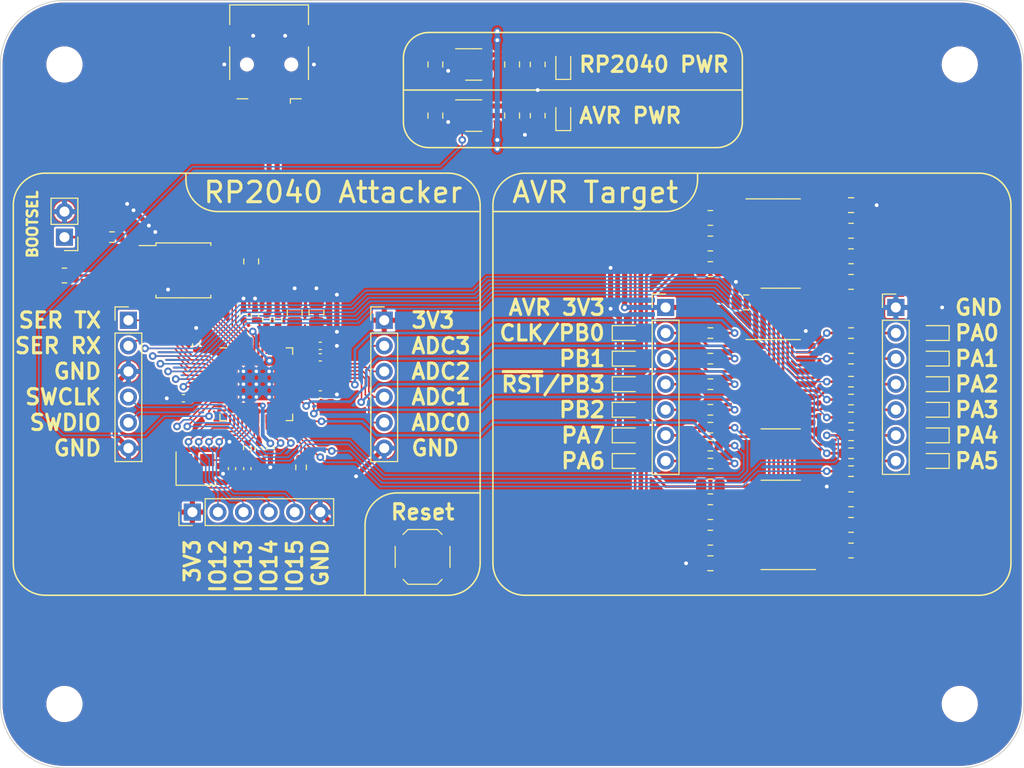
<source format=kicad_pcb>
(kicad_pcb (version 20221231) (generator pcbnew)
  (layers (0 "F.Cu" signal) (31 "B.Cu" signal) (34 "B.Paste" user) (35 "F.Paste" user) (36 "B.SilkS" user "B.Silkscreen") (37 "F.SilkS" user "F.Silkscreen") (38 "B.Mask" user) (39 "F.Mask" user) (44 "Edge.Cuts" user))
  (net 0 "")
  (net 1 "Net-(IC1-XIN)")
  (net 2 "GND")
  (net 3 "Net-(C2-Pad1)")
  (net 4 "/Indicator LEDs/RP2040_3V3")
  (net 5 "/AVR Target/AVR_3V3")
  (net 6 "/Power/USB_VBUS")
  (net 7 "/Power/AVR_PWR_CE")
  (net 8 "Net-(D1-A)")
  (net 9 "Net-(D2-A)")
  (net 10 "Net-(D3-A)")
  (net 11 "Net-(D4-A)")
  (net 12 "Net-(D5-A)")
  (net 13 "Net-(D6-A)")
  (net 14 "Net-(D7-A)")
  (net 15 "Net-(D8-A)")
  (net 16 "Net-(D9-A)")
  (net 17 "Net-(D10-A)")
  (net 18 "Net-(D11-A)")
  (net 19 "Net-(D12-A)")
  (net 20 "Net-(D13-A)")
  (net 21 "Net-(D14-A)")
  (net 22 "/RP2040 Attacker/DEBUG_UART_TX")
  (net 23 "/RP2040 Attacker/DEBUG_UART_RX")
  (net 24 "Net-(IC1-GPIO2)")
  (net 25 "Net-(IC1-GPIO3)")
  (net 26 "Net-(IC1-GPIO4)")
  (net 27 "Net-(IC1-GPIO5)")
  (net 28 "Net-(IC1-GPIO6)")
  (net 29 "Net-(IC1-GPIO7)")
  (net 30 "Net-(IC1-GPIO8)")
  (net 31 "Net-(IC1-GPIO9)")
  (net 33 "/RP2040 Attacker/GPIO12")
  (net 34 "/RP2040 Attacker/GPIO13")
  (net 35 "/RP2040 Attacker/GPIO14")
  (net 36 "/RP2040 Attacker/GPIO15")
  (net 37 "/RP2040 Attacker/SWCLK")
  (net 38 "/RP2040 Attacker/SWDIO")
  (net 39 "/RP2040 Attacker/RUN_~{RST}")
  (net 40 "Net-(IC1-XOUT)")
  (net 41 "Net-(IC1-GPIO16)")
  (net 42 "Net-(IC1-GPIO17)")
  (net 44 "Net-(IC1-GPIO19)")
  (net 45 "Net-(IC1-GPIO20)")
  (net 46 "Net-(IC1-GPIO21)")
  (net 48 "Net-(IC1-GPIO23)")
  (net 49 "Net-(IC1-GPIO24)")
  (net 50 "/RP2040 Attacker/GPIO26")
  (net 51 "/RP2040 Attacker/GPIO27")
  (net 52 "/RP2040 Attacker/GPIO28")
  (net 53 "/RP2040 Attacker/GPIO29")
  (net 55 "Net-(IC1-USB_DM)")
  (net 56 "/RP2040 Attacker/QSPI Flash/SD3")
  (net 57 "/RP2040 Attacker/QSPI Flash/SCLK")
  (net 58 "/RP2040 Attacker/QSPI Flash/SD0")
  (net 59 "/RP2040 Attacker/QSPI Flash/SD2")
  (net 60 "/RP2040 Attacker/QSPI Flash/SD1")
  (net 61 "/RP2040 Attacker/QSPI Flash/SS_N")
  (net 62 "Net-(IC1-USB_DP)")
  (net 63 "/RP2040 Attacker/USB_DM")
  (net 64 "/RP2040 Attacker/USB_DP")
  (net 66 "/AVR Target/AVR_PA0")
  (net 67 "/AVR Target/AVR_PA1")
  (net 68 "/AVR Target/AVR_PA2")
  (net 69 "/AVR Target/AVR_PA3")
  (net 70 "/AVR Target/AVR_PA4")
  (net 71 "/AVR Target/AVR_PA5")
  (net 72 "/AVR Target/AVR_PA6")
  (net 73 "/AVR Target/AVR_PA7")
  (net 74 "/AVR Target/AVR_PB2")
  (net 75 "/AVR Target/AVR_PB3")
  (net 76 "/AVR Target/AVR_PB1")
  (net 77 "/AVR Target/AVR_PB0")
  (net 78 "/RP2040 Attacker/QSPI Flash/~{USB_BOOT}")
  (net 80 "Net-(R22-Pad1)")
  (net 81 "Net-(R29-Pad1)")
  (net 82 "Net-(R30-Pad1)")
  (net 83 "Net-(R32-Pad1)")
  (net 84 "Net-(R23-Pad1)")
  (net 85 "Net-(R24-Pad1)")
  (net 86 "Net-(R25-Pad1)")
  (net 87 "Net-(R26-Pad1)")
  (net 88 "Net-(R27-Pad1)")
  (net 89 "Net-(R28-Pad1)")
  (net 90 "Net-(R31-Pad1)")
  (net 91 "/RP2040 Attacker/1V1")
  (net 92 "Net-(R33-Pad1)")
  (footprint "Capacitor_SMD:C_0805_2012Metric" (layer "F.Cu") (at 175.641 93.472 180)
    (fp_text reference "C14" hide)
    (fp_text value "100n" hide)
  )
  (footprint "LED_SMD:LED_0603_1608Metric" (layer "F.Cu") (at 194.31 96.52 180)
    (fp_text reference "D3" hide)
    (fp_text value "LED" hide)
  )
  (footprint "Package_SO:SOIC-14_3.9x8.7mm_P1.27mm" (layer "F.Cu") (at 179.07 115.57 180)
    (fp_text reference "U4" hide)
    (fp_text value "74HC07" hide)
  )
  (footprint "Capacitor_SMD:C_0805_2012Metric" (layer "F.Cu") (at 186.055 83.82)
    (fp_text reference "C20" hide)
    (fp_text value "100n" hide)
  )
  (footprint "Resistor_SMD:R_0603_1608Metric" (layer "F.Cu") (at 186.055 96.52)
    (fp_text reference "R12" hide)
    (fp_text value "2.2k" hide)
  )
  (footprint "Capacitor_SMD:C_0402_1005Metric" (layer "F.Cu") (at 125.73 94.742 90)
    (fp_text reference "C4" hide)
    (fp_text value "100n" hide)
  )
  (footprint "Resistor_SMD:R_0603_1608Metric" (layer "F.Cu") (at 186.055 106.68)
    (fp_text reference "R7" hide)
    (fp_text value "2.2k" hide)
  )
  (footprint "Resistor_SMD:R_0805_2012Metric" (layer "F.Cu") (at 107.95 90.805)
    (fp_text reference "R21" hide)
    (fp_text value "DNF" hide)
  )
  (footprint "LED_SMD:LED_0603_1608Metric" (layer "F.Cu") (at 163.83 99.06)
    (fp_text reference "D10" hide)
    (fp_text value "LED" hide)
  )
  (footprint "LED_SMD:LED_0603_1608Metric" (layer "F.Cu") (at 163.83 96.52)
    (fp_text reference "D12" hide)
    (fp_text value "LED" hide)
  )
  (footprint "Resistor_SMD:R_0603_1608Metric" (layer "F.Cu") (at 172.085 104.14 180)
    (fp_text reference "R18" hide)
    (fp_text value "2.2k" hide)
  )
  (footprint "Resistor_SMD:R_0805_2012Metric" (layer "F.Cu") (at 186.055 115.57)
    (fp_text reference "R26" hide)
    (fp_text value "470R" hide)
  )
  (footprint "Capacitor_SMD:C_0805_2012Metric" (layer "F.Cu") (at 152.4 74.93 -90)
    (fp_text reference "C18" hide)
    (fp_text value "1u" hide)
  )
  (footprint "Resistor_SMD:R_0805_2012Metric" (layer "F.Cu") (at 172.085 114.3 180)
    (fp_text reference "R29" hide)
    (fp_text value "470R" hide)
  )
  (footprint "Package_TO_SOT_SMD:SOT-23-5" (layer "F.Cu") (at 148.59 69.85)
    (fp_text reference "IC2" hide)
    (fp_text value "ME6211C33M5G-N" hide)
  )
  (footprint "Capacitor_SMD:C_0402_1005Metric" (layer "F.Cu") (at 133.35 98.933)
    (fp_text reference "C13" hide)
    (fp_text value "100n" hide)
  )
  (footprint "LED_SMD:LED_0603_1608Metric" (layer "F.Cu") (at 163.83 104.14)
    (fp_text reference "D7" hide)
    (fp_text value "LED" hide)
  )
  (footprint "Resistor_SMD:R_0603_1608Metric" (layer "F.Cu") (at 172.085 99.06 180)
    (fp_text reference "R8" hide)
    (fp_text value "2.2k" hide)
  )
  (footprint "MountingHole:MountingHole_3.2mm_M3" (layer "F.Cu") (at 196.85 69.85)
    (fp_text reference "H3" hide)
    (fp_text value "MountingHole" hide)
  )
  (footprint "Crystal:Crystal_SMD_3225-4Pin_3.2x2.5mm" (layer "F.Cu") (at 121.031 109.982)
    (fp_text reference "Y1" hide)
    (fp_text value "X322512MSB4SI 12MHz" hide)
  )
  (footprint "Resistor_SMD:R_0805_2012Metric" (layer "F.Cu") (at 186.055 88.9)
    (fp_text reference "R23" hide)
    (fp_text value "470R" hide)
  )
  (footprint "LED_SMD:LED_0603_1608Metric" (layer "F.Cu") (at 194.31 109.22 180)
    (fp_text reference "D4" hide)
    (fp_text value "LED" hide)
  )
  (footprint "Resistor_SMD:R_0805_2012Metric" (layer "F.Cu") (at 172.085 87.63 180)
    (fp_text reference "R31" hide)
    (fp_text value "470R" hide)
  )
  (footprint "Capacitor_SMD:C_0402_1005Metric" (layer "F.Cu") (at 128.397 107.95 -90)
    (fp_text reference "C3" hide)
    (fp_text value "100n" hide)
  )
  (footprint "Capacitor_SMD:C_0805_2012Metric" (layer "F.Cu") (at 132.969 94.488 90)
    (fp_text reference "C6" hide)
    (fp_text value "1u" hide)
  )
  (footprint "Resistor_SMD:R_0603_1608Metric" (layer "F.Cu") (at 186.055 101.346)
    (fp_text reference "R13" hide)
    (fp_text value "2.2k" hide)
  )
  (footprint "Resistor_SMD:R_0402_1005Metric" (layer "F.Cu") (at 126.111 107.95 -90)
    (fp_text reference "R1" hide)
    (fp_text value "1k" hide)
  )
  (footprint "RP2040:RP2040-QFN-56" (layer "F.Cu") (at 127 101.6)
    (fp_text reference "IC1" hide)
    (fp_text value "RP2040" hide)
  )
  (footprint "Capacitor_SMD:C_0402_1005Metric" (layer "F.Cu") (at 127.254 107.95 -90)
    (fp_text reference "C9" hide)
    (fp_text value "100n" hide)
  )
  (footprint "Capacitor_SMD:C_0805_2012Metric" (layer "F.Cu") (at 144.78 74.93 -90)
    (fp_text reference "C16" hide)
    (fp_text value "1u" hide)
  )
  (footprint "Capacitor_SMD:C_0805_2012Metric" (layer "F.Cu") (at 172.085 119.38 180)
    (fp_text reference "C21" hide)
    (fp_text value "100n" hide)
  )
  (footprint "MountingHole:MountingHole_3.2mm_M3" (layer "F.Cu") (at 196.85 133.35)
    (fp_text reference "H4" hide)
    (fp_text value "MountingHole" hide)
  )
  (footprint "Capacitor_SMD:C_0402_1005Metric" (layer "F.Cu") (at 133.35 102.616)
    (fp_text reference "C8" hide)
    (fp_text value "100n" hide)
  )
  (footprint "LED_SMD:LED_0603_1608Metric" (layer "F.Cu") (at 163.83 101.6)
    (fp_text reference "D9" hide)
    (fp_text value "LED" hide)
  )
  (footprint "Connector_PinHeader_2.54mm:PinHeader_1x06_P2.54mm_Vertical" (layer "F.Cu") (at 114.3 95.25)
    (fp_text reference "J2" hide)
    (fp_text value "Conn_01x06" hide)
  )
  (footprint "Capacitor_SMD:C_0402_1005Metric" (layer "F.Cu") (at 119.761 102.997 180)
    (fp_text reference "C10" hide)
    (fp_text value "100n" hide)
  )
  (footprint "Package_TO_SOT_SMD:SOT-23-5" (layer "F.Cu") (at 148.59 74.93)
    (fp_text reference "IC3" hide)
    (fp_text value "ME6211C33M5G-N" hide)
  )
  (footprint "LED_SMD:LED_0603_1608Metric" (layer "F.Cu") (at 194.31 101.6 180)
    (fp_text reference "D1" hide)
    (fp_text value "LED" hide)
  )
  (footprint "Connector_PinHeader_2.54mm:PinHeader_1x06_P2.54mm_Vertical" (layer "F.Cu") (at 120.65 114.3 90)
    (fp_text reference "J4" hide)
    (fp_text value "Conn_01x06" hide)
  )
  (footprint "Capacitor_SMD:C_0402_1005Metric" (layer "F.Cu") (at 121.031 97.691 90)
    (fp_text reference "C11" hide)
    (fp_text value "100n" hide)
  )
  (footprint "Package_SO:SOIC-8_5.23x5.23mm_P1.27mm" (layer "F.Cu") (at 119.761 90.297)
    (fp_text reference "U2" hide)
    (fp_text value "HG25Q16" hide)
  )
  (footprint "Capacitor_SMD:C_0805_2012Metric" (layer "F.Cu") (at 144.78 69.85 -90)
    (fp_text reference "C15" hide)
    (fp_text value "1u" hide)
  )
  (footprint "Connector_PinHeader_2.54mm:PinHeader_1x02_P2.54mm_Vertical" (layer "F.Cu") (at 107.95 87 180)
    (fp_text reference "J7" hide)
    (fp_text value "Conn_01x02" hide)
  )
  (footprint "Resistor_SMD:R_0603_1608Metric" (layer "F.Cu") (at 172.085 107.696 180)
    (fp_text reference "R15" hide)
    (fp_text value "2.2k" hide)
  )
  (footprint "Resistor_SMD:R_0603_1608Metric" (layer "F.Cu") (at 172.085 109.474 180)
    (fp_text reference "R17" hide)
    (fp_text value "2.2k" hide)
  )
  (footprint "Capacitor_SMD:C_0402_1005Metric" (layer "F.Cu") (at 126.873 94.742 90)
    (fp_text reference "C7" hide)
    (fp_text value "100n" hide)
  )
  (footprint "Resistor_SMD:R_0402_1005Metric" (layer "F.Cu") (at 128.016 95.25 90)
    (fp_text reference "R10" hide)
    (fp_text value "27.4R" hide)
  )
  (footprint "Resistor_SMD:R_0603_1608Metric" (layer "F.Cu") (at 172.085 96.52 180)
    (fp_text reference "R19" hide)
    (fp_text value "2.2k" hide)
  )
  (footprint "Resistor_SMD:R_0603_1608Metric" (layer "F.Cu") (at 186.055 110.236)
    (fp_text reference "R16" hide)
    (fp_text value "2.2k" hide)
  )
  (footprint "Package_SO:SOIC-14_3.9x8.7mm_P1.27mm" (layer "F.Cu") (at 179.07 87.63)
    (fp_text reference "U3" hide)
    (fp_text value "74HC07" hide)
  )
  (footprint "Resistor_SMD:R_0603_1608Metric" (layer "F.Cu") (at 186.055 99.06)
    (fp_text reference "R3" hide)
    (fp_text value "2.2k" hide)
  )
  (footprint "Resistor_SMD:R_0805_2012Metric" (layer "F.Cu") (at 186.055 86.36)
    (fp_text reference "R24" hide)
    (fp_text value "470R" hide)
  )
  (footprint "LED_SMD:LED_0603_1608Metric" (layer "F.Cu") (at 163.83 109.22)
    (fp_text reference "D11" hide)
    (fp_text value "LED" hide)
  )
  (footprint "Resistor_SMD:R_0805_2012Metric" (layer "F.Cu") (at 186.055 118.11)
    (fp_text reference "R25" hide)
    (fp_text value "470R" hide)
  )
  (footprint "Package_SO:SOIC-14_3.9x8.7mm_P1.27mm" (layer "F.Cu") (at 179.07 101.6)
    (fp_text reference "U1" hide)
    (fp_text value "ATtiny84A-SS" hide)
  )
  (footprint "Capacitor_SMD:C_0402_1005Metric" (layer "F.Cu") (at 126.111 109.982 -90)
    (fp_text reference "C2" hide)
    (fp_text value "27p" hide)
  )
  (footprint "Connector_PinHeader_2.54mm:PinHeader_1x06_P2.54mm_Vertical" (layer "F.Cu") (at 139.7 95.25)
    (fp_text reference "J3" hide)
    (fp_text value "Conn_01x06" hide)
  )
  (footprint "Resistor_SMD:R_0603_1608Metric" (layer "F.Cu") (at 131.445 109.855 90)
    (fp_text reference "R2" hide)
    (fp_text value "2.2k" hide)
  )
  (footprint "Resistor_SMD:R_0805_2012Metric" (layer "F.Cu") (at 154.94 74.93 -90)
    (fp_text reference "R35" hide)
    (fp_text value "470R" hide)
  )
  (footprint "Resistor_SMD:R_0805_2012Metric" (layer "F.Cu") (at 172.085 116.84 180)
    (fp_text reference "R32" hide)
    (fp_text value "470R" hide)
  )
  (footprint "Resistor_SMD:R_0805_2012Metric" (layer "F.Cu") (at 186.055 113.03)
    (fp_text reference "R27" hide)
    (fp_text value "470R" hide)
  )
  (footprint "LED_SMD:LED_0603_1608Metric" (layer "F.Cu") (at 194.31 106.68 180)
    (fp_text reference "D5" hide)
    (fp_text value "LED" hide)
  )
  (footprint "LED_SMD:LED_0603_1608Metric" (layer "F.Cu") (at 157.48 74.93 90)
    (fp_text reference "D14" hide)
    (fp_text value "LED" hide)
  )
  (footprint "MountingHole:MountingHole_3.2mm_M3" (layer "F.Cu") (at 107.95 133.35)
    (fp_text reference "H2" hide)
    (fp_text value "MountingHole" hide)
  )
  (footprint "LED_SMD:LED_0603_1608Metric" (layer "F.Cu") (at 157.48 69.85 90)
    (fp_text reference "D13" hide)
    (fp_text value "LED" hide)
  )
  (footprint "LED_SMD:LED_0603_1608Metric" (layer "F.Cu") (at 163.83 106.68)
    (fp_text reference "D8" hide)
    (fp_text value "LED" hide)
  )
  (footprint "Resistor_SMD:R_0805_2012Metric" (layer "F.Cu") (at 186.055 91.44)
    (fp_text reference "R22" hide)
    (fp_text value "470R" hide)
  )
  (footprint "Capacitor_SMD:C_0805_2012Metric" (layer "F.Cu") (at 126.492 89.408 -90)
    (fp_text reference "C19" hide)
    (fp_text value "100n" hide)
  )
  (footprint "Capacitor_SMD:C_0402_1005Metric" (layer "F.Cu") (at 124.587 109.982 -90)
    (fp_text reference "C1" hide)
    (fp_text value "27p" hide)
  )
  (footprint "Connector_USB:USB_Mini-B_Lumberg_2486_01_Horizontal" (layer "F.Cu") (at 128.27 69.85 180)
    (fp_text reference "J1" hide)
    (fp_text value "USB_B_Mini" hide)
  )
  (footprint "Button_Switch_SMD:SW_SPST_SKQG_WithStem" (layer "F.Cu") (at 143.51 118.745 180)
    (fp_text reference "SW1" hide)
    (fp_text value "SW_Push" hide)
  )
  (footprint "Capacitor_SMD:C_0805_2012Metric" (layer "F.Cu") (at 130.81 94.488 90)
    (fp_text reference "C5" hide)
    (fp_text value "1u" hide)
  )
  (footprint "Resistor_SMD:R_0603_1608Metric" (layer "F.Cu") (at 172.085 105.918 180)
    (fp_text reference "R6" hide)
    (fp_text value "2.2k" hide)
  )
  (footprint "Resistor_SMD:R_0603_1608Metric" (layer "F.Cu") (at 172.085 101.6 180)
    (fp_text reference "R9" hide)
    (fp_text value "2.2k" hide)
  )
  (footprint "LED_SMD:LED_0603_1608Metric" (layer "F.Cu") (at 194.31 104.14 180)
    (fp_text reference "D6" hide)
    (fp_text value "LED" hide)
  )
  (footprint "Resistor_SMD:R_0805_2012Metric" (layer "F.Cu") (at 172.085 111.76 180)
    (fp_text reference "R28" hide)
    (fp_text value "470R" hide)
  )
  (footprint "Capacitor_SMD:C_0805_2012Metric" (layer "F.Cu") (at 152.4 69.85 -90)
    (fp_text reference "C17" hide)
    (fp_text value "1u" hide)
  )
  (footprint "Resistor_SMD:R_0603_1608Metric" (layer "F.Cu") (at 112.6725 86.995)
    (fp_text reference "R20" hide)
    (fp_text value "2.2k" hide)
  )
  (footprint "Connector_PinHeader_2.54mm:PinHeader_1x07_P2.54mm_Vertical" (layer "F.Cu") (at 167.64 93.98)
    (fp_text reference "J6" hide)
    (fp_text value "Conn_01x07" hide)
  )
  (footprint "Resistor_SMD:R_0603_1608Metric" (layer "F.Cu") (at 186.055 108.458)
    (fp_text reference "R5" hide)
    (fp_text value "2.2k" hide)
  )
  (footprint "LED_SMD:LED_0603_1608Metric" (layer "F.Cu") (at 194.31 99.06 180)
    (fp_text reference "D2" hide)
    (fp_text value "LED" hide)
  )
  (footprint "MountingHole:MountingHole_3.2mm_M3" (layer "F.Cu") (at 107.95 69.85)
    (fp_text reference "H1" hide)
    (fp_text value "MountingHole" hide)
  )
  (footprint "Resistor_SMD:R_0402_1005Metric" (layer "F.Cu") (at 129.159 95.25 90)
    (fp_text reference "R11" hide)
    (fp_text value "27.4R" hide)
  )
  (footprint "Resistor_SMD:R_0603_1608Metric" (layer "F.Cu") (at 186.055 104.902)
    (fp_text reference "R14" hide)
    (fp_text value "2.2k" hide)
  )
  (footprint "Resistor_SMD:R_0603_1608Metric" (layer "F.Cu") (at 186.055 103.124)
    (fp_text reference "R4" hide)
    (fp_text value "2.2k" hide)
  )
  (footprint "Connector_PinHeader_2.54mm:PinHeader_1x07_P2.54mm_Vertical" (layer "F.Cu") (at 190.5 93.98)
    (fp_text reference "J5" hide)
    (fp_text value "Conn_01x07" hide)
  )
  (footprint "Capacitor_SMD:C_0402_1005Metric" (layer "F.Cu") (at 133.35 97.79)
    (fp_text reference "C12" hide)
    (fp_text value "100n" hide)
  )
  (footprint "Resistor_SMD:R_0805_2012Metric" (layer "F.Cu") (at 172.085 90.17 180)
    (fp_text reference "R30" hide)
    (fp_text value "470R" hide)
  )
  (footprint "Resistor_SMD:R_0805_2012Metric" (layer "F.Cu") (at 154.94 69.85 -90)
    (fp_text reference "R34" hide)
    (fp_text value "470R" hide)
  )
  (footprint "Resistor_SMD:R_0805_2012Metric" (layer "F.Cu") (at 172.085 85.09 180)
    (fp_text reference "R33" hide)
    (fp_text value "470R" hide)
  )
  (gr_arc (start 198.755 80.645) (mid 201.000064 81.574936) (end 201.93 83.82) (stroke (width 0.1524)) (layer "F.SilkS"))
  (gr_arc (start 201.93 119.38) (mid 201.000064 121.625064) (end 198.755 122.555) (stroke (width 0.1524)) (layer "F.SilkS"))
  (gr_line (start 144.145 66.675) (end 172.72 66.675) (stroke (width 0.1524)) (layer "F.SilkS"))
  (gr_line (start 140.97 112.395) (end 149.225 112.395) (stroke (width 0.1524)) (layer "F.SilkS"))
  (gr_line (start 120.015 80.645) (end 120.015 81.28) (stroke (width 0.1524)) (layer "F.SilkS"))
  (gr_line (start 170.815 80.645) (end 170.815 81.28) (stroke (width 0.1524)) (layer "F.SilkS"))
  (gr_arc (start 153.67 122.555) (mid 151.424936 121.625064) (end 150.495 119.38) (stroke (width 0.1524)) (layer "F.SilkS"))
  (gr_line (start 198.755 122.555) (end 153.67 122.555) (stroke (width 0.1524)) (layer "F.SilkS"))
  (gr_line (start 102.87 119.38) (end 102.87 83.82) (stroke (width 0.1524)) (layer "F.SilkS"))
  (gr_arc (start 106.045 122.555) (mid 103.799936 121.625064) (end 102.87 119.38) (stroke (width 0.1524)) (layer "F.SilkS"))
  (gr_arc (start 102.87 83.82) (mid 103.799936 81.574936) (end 106.045 80.645) (stroke (width 0.1524)) (layer "F.SilkS"))
  (gr_arc (start 175.26 75.565) (mid 174.516051 77.361051) (end 172.72 78.105) (stroke (width 0.1524)) (layer "F.SilkS"))
  (gr_arc (start 170.815 81.28) (mid 169.885064 83.525064) (end 167.64 84.455) (stroke (width 0.1524)) (layer "F.SilkS"))
  (gr_arc (start 150.495 83.82) (mid 151.424936 81.574936) (end 153.67 80.645) (stroke (width 0.1524)) (layer "F.SilkS"))
  (gr_line (start 172.72 78.105) (end 144.145 78.105) (stroke (width 0.1524)) (layer "F.SilkS"))
  (gr_line (start 149.225 83.82) (end 149.225 119.38) (stroke (width 0.1524)) (layer "F.SilkS"))
  (gr_line (start 141.605 69.215) (end 141.605 75.565) (stroke (width 0.1524)) (layer "F.SilkS"))
  (gr_arc (start 123.19 84.455) (mid 120.944936 83.525064) (end 120.015 81.28) (stroke (width 0.1524)) (layer "F.SilkS"))
  (gr_arc (start 149.225 119.38) (mid 148.295064 121.625064) (end 146.05 122.555) (stroke (width 0.1524)) (layer "F.SilkS"))
  (gr_line (start 146.05 122.555) (end 106.045 122.555) (stroke (width 0.1524)) (layer "F.SilkS"))
  (gr_arc (start 141.605 69.215) (mid 142.348949 67.418949) (end 144.145 66.675) (stroke (width 0.1524)) (layer "F.SilkS"))
  (gr_line (start 201.93 83.82) (end 201.93 119.38) (stroke (width 0.1524)) (layer "F.SilkS"))
  (gr_line (start 150.495 119.38) (end 150.495 83.82) (stroke (width 0.1524)) (layer "F.SilkS"))
  (gr_line (start 153.67 80.645) (end 198.755 80.645) (stroke (width 0.1524)) (layer "F.SilkS"))
  (gr_arc (start 144.145 78.105) (mid 142.348949 77.361051) (end 141.605 75.565) (stroke (width 0.1524)) (layer "F.SilkS"))
  (gr_line (start 175.26 69.215) (end 175.26 75.565) (stroke (width 0.1524)) (layer "F.SilkS"))
  (gr_arc (start 146.05 80.645) (mid 148.295064 81.574936) (end 149.225 83.82) (stroke (width 0.1524)) (layer "F.SilkS"))
  (gr_line (start 141.605 72.39) (end 175.26 72.39) (stroke (width 0.1524)) (layer "F.SilkS"))
  (gr_arc (start 172.72 66.675) (mid 174.516051 67.418949) (end 175.26 69.215) (stroke (width 0.1524)) (layer "F.SilkS"))
  (gr_line (start 150.495 84.455) (end 167.64 84.455) (stroke (width 0.1524)) (layer "F.SilkS"))
  (gr_arc (start 137.795 115.57) (mid 138.724936 113.324936) (end 140.97 112.395) (stroke (width 0.1524)) (layer "F.SilkS"))
  (gr_line (start 106.045 80.645) (end 146.05 80.645) (stroke (width 0.1524)) (layer "F.SilkS"))
  (gr_line (start 137.795 115.57) (end 137.795 122.555) (stroke (width 0.1524)) (layer "F.SilkS"))
  (gr_line (start 123.19 84.455) (end 149.225 84.455) (stroke (width 0.1524)) (layer "F.SilkS"))
  (gr_arc (start 101.6 69.85) (mid 103.459872 65.359872) (end 107.95 63.5) (stroke (width 0.1)) (layer "Edge.Cuts"))
  (gr_line (start 101.6 133.35) (end 101.6 69.85) (stroke (width 0.1)) (layer "Edge.Cuts"))
  (gr_line (start 107.95 63.5) (end 196.85 63.5) (stroke (width 0.1)) (layer "Edge.Cuts"))
  (gr_line (start 196.85 139.7) (end 107.95 139.7) (stroke (width 0.1)) (layer "Edge.Cuts"))
  (gr_arc (start 196.85 63.5) (mid 201.340128 65.359872) (end 203.2 69.85) (stroke (width 0.1)) (layer "Edge.Cuts"))
  (gr_arc (start 203.2 133.35) (mid 201.340128 137.840128) (end 196.85 139.7) (stroke (width 0.1)) (layer "Edge.Cuts"))
  (gr_line (start 203.2 69.85) (end 203.2 133.35) (stroke (width 0.1)) (layer "Edge.Cuts"))
  (gr_arc (start 107.95 139.7) (mid 103.459872 137.840128) (end 101.6 133.35) (stroke (width 0.1)) (layer "Edge.Cuts"))
  (gr_text "GND" (at 111.76 100.33) (layer "F.SilkS") (effects (font (size 1.524 1.524) (thickness 0.3048)) (justify right)))
  (gr_text "RP2040 Attacker" (at 134.62 82.55) (layer "F.SilkS") (effects (font (size 2.032 2.032) (thickness 0.3048))))
  (gr_text "AVR PWR" (at 158.8825 74.93) (layer "F.SilkS") (effects (font (size 1.524 1.524) (thickness 0.3048)) (justify left)))
  (gr_text "PB1" (at 161.798 99.06) (layer "F.SilkS") (effects (font (size 1.524 1.524) (thickness 0.3048)) (justify right)))
  (gr_text "GND" (at 133.35 116.84 90) (layer "F.SilkS") (effects (font (size 1.524 1.524) (thickness 0.3048)) (justify right)))
  (gr_text "PB2" (at 161.798 104.14) (layer "F.SilkS") (effects (font (size 1.524 1.524) (thickness 0.3048)) (justify right)))
  (gr_text "RP2040 PWR" (at 158.8825 69.85) (layer "F.SilkS") (effects (font (size 1.524 1.524) (thickness 0.3048)) (justify left)))
  (gr_text "Reset" (at 143.51 114.3) (layer "F.SilkS") (effects (font (size 1.524 1.524) (thickness 0.3048))))
  (gr_text "PA0" (at 196.215 96.52) (layer "F.SilkS") (effects (font (size 1.524 1.524) (thickness 0.3048)) (justify left)))
  (gr_text "~{RST}/PB3" (at 161.798 101.6) (layer "F.SilkS") (effects (font (size 1.524 1.524) (thickness 0.3048)) (justify right)))
  (gr_text "SWDIO" (at 111.76 105.41) (layer "F.SilkS") (effects (font (size 1.524 1.524) (thickness 0.3048)) (justify right)))
  (gr_text "IO12" (at 123.19 116.84 90) (layer "F.SilkS") (effects (font (size 1.524 1.524) (thickness 0.3048)) (justify right)))
  (gr_text "PA7" (at 161.798 106.68) (layer "F.SilkS") (effects (font (size 1.524 1.524) (thickness 0.3048)) (justify right)))
  (gr_text "BOOTSEL" (at 104.775 85.73 90) (layer "F.SilkS") (effects (font (size 1.016 1.016) (thickness 0.254))))
  (gr_text "AVR Target" (at 160.655 82.55) (layer "F.SilkS") (effects (font (size 2.032 2.032) (thickness 0.3048))))
  (gr_text "GND" (at 111.76 107.95) (layer "F.SilkS") (effects (font (size 1.524 1.524) (thickness 0.3048)) (justify right)))
  (gr_text "PA4" (at 196.215 106.68) (layer "F.SilkS") (effects (font (size 1.524 1.524) (thickness 0.3048)) (justify left)))
  (gr_text "PA1" (at 196.215 99.06) (layer "F.SilkS") (effects (font (size 1.524 1.524) (thickness 0.3048)) (justify left)))
  (gr_text "IO15" (at 130.81 116.84 90) (layer "F.SilkS") (effects (font (size 1.524 1.524) (thickness 0.3048)) (justify right)))
  (gr_text "GND" (at 142.24 107.95) (layer "F.SilkS") (effects (font (size 1.524 1.524) (thickness 0.3048)) (justify left)))
  (gr_text "PA3" (at 196.215 104.14) (layer "F.SilkS") (effects (font (size 1.524 1.524) (thickness 0.3048)) (justify left)))
  (gr_text "ADC3" (at 142.24 97.79) (layer "F.SilkS") (effects (font (size 1.524 1.524) (thickness 0.3048)) (justify left)))
  (gr_text "IO14" (at 128.27 116.84 90) (layer "F.SilkS") (effects (font (size 1.524 1.524) (thickness 0.3048)) (justify right)))
  (gr_text "3V3" (at 142.24 95.25) (layer "F.SilkS") (effects (font (size 1.524 1.524) (thickness 0.3048)) (justify left)))
  (gr_text "SER RX" (at 111.76 97.79) (layer "F.SilkS") (effects (font (size 1.524 1.524) (thickness 0.3048)) (justify right)))
  (gr_text "AVR 3V3" (at 161.798 93.98) (layer "F.SilkS") (effects (font (size 1.524 1.524) (thickness 0.3048)) (justify right)))
  (gr_text "3V3" (at 120.65 116.84 90) (layer "F.SilkS") (effects (font (size 1.524 1.524) (thickness 0.3048)) (justify right)))
  (gr_text "SWCLK" (at 111.76 102.87) (layer "F.SilkS") (effects (font (size 1.524 1.524) (thickness 0.3048)) (justify right)))
  (gr_text "SER TX" (at 111.76 95.25) (layer "F.SilkS") (effects (font (size 1.524 1.524) (thickness 0.3048)) (justify right)))
  (gr_text "GND" (at 196.215 93.98) (layer "F.SilkS") (effects (font (size 1.524 1.524) (thickness 0.3048)) (justify left)))
  (gr_text "PA2" (at 196.215 101.6) (layer "F.SilkS") (effects (font (size 1.524 1.524) (thickness 0.3048)) (justify left)))
  (gr_text "CLK/PB0" (at 161.759011 96.52) (layer "F.SilkS") (effects (font (size 1.524 1.524) (thickness 0.3048)) (justify right)))
  (gr_text "ADC1" (at 142.24 102.87) (layer "F.SilkS") (effects (font (size 1.524 1.524) (thickness 0.3048)) (justify left)))
  (gr_text "ADC2" (at 142.24 100.33) (layer "F.SilkS") (effects (font (size 1.524 1.524) (thickness 0.3048)) (justify left)))
  (gr_text "PA6" (at 161.798 109.22) (layer "F.SilkS") (effects (font (size 1.524 1.524) (thickness 0.3048)) (justify right)))
  (gr_text "ADC0" (at 142.24 105.41) (layer "F.SilkS") (effects (font (size 1.524 1.524) (thickness 0.3048)) (justify left)))
  (gr_text "PA5" (at 196.215 109.22) (layer "F.SilkS") (effects (font (size 1.524 1.524) (thickness 0.3048)) (justify left)))
  (gr_text "IO13" (at 125.73 116.84 90) (layer "F.SilkS") (effects (font (size 1.524 1.524) (thickness 0.3048)) (justify right)))
  (segment (start 126.4 106.241888) (end 124.968 107.673888) (width 0.1524) (layer "F.Cu") (net 1))
  (segment (start 123.509888 109.132) (end 122.131 109.132) (width 0.1524) (layer "F.Cu") (net 1))
  (segment (start 124.968 107.673888) (end 124.575944 108.065944) (width 0.1524) (layer "F.Cu") (net 1))
  (segment (start 126.4 105.0375) (end 126.4 106.241888) (width 0.1524) (layer "F.Cu") (net 1))
  (segment (start 124.575944 108.065944) (end 124.587 108.077) (width 0.1524) (layer "F.Cu") (net 1))
  (segment (start 124.587 108.077) (end 124.587 109.502) (width 0.1524) (layer "F.Cu") (net 1))
  (segment (start 124.575944 108.065944) (end 123.509888 109.132) (width 0.1524) (layer "F.Cu") (net 1))
  (segment (start 133.83 98.933) (end 133.83 97.79) (width 0.508) (layer "F.Cu") (net 2))
  (segment (start 139.645 120.595) (end 133.35 114.3) (width 0.508) (layer "F.Cu") (net 2))
  (segment (start 123.698 110.49) (end 122.473 110.49) (width 0.508) (layer "F.Cu") (net 2))
  (segment (start 181.545 111.76) (end 183.642 111.76) (width 0.508) (layer "F.Cu") (net 2))
  (segment (start 128.595 67) (end 132.72 67) (width 0.508) (layer "F.Cu") (net 2))
  (segment (start 181.545 97.79) (end 181.545 96.331) (width 0.508) (layer "F.Cu") (net 2))
  (segment (start 123.82 67) (end 128.595 67) (width 0.508) (layer "F.Cu") (net 2))
  (segment (start 119.281 102.997) (end 118.11 102.997) (width 0.508) (layer "F.Cu") (net 2))
  (segment (start 124.824672 107.315) (end 124.333 107.315) (width 0.1524) (layer "F.Cu") (net 2))
  (segment (start 181.545 96.331) (end 181.5592 96.3168) (width 0.508) (layer "F.Cu") (net 2))
  (segment (start 187.005 83.82) (end 188.595 83.82) (width 0.508) (layer "F.Cu") (net 2))
  (segment (start 140.41 120.595) (end 139.645 120.595) (width 0.508) (layer "F.Cu") (net 2))
  (segment (start 176.595 91.44) (end 174.625 91.44) (width 0.508) (layer "F.Cu") (net 2))
  (segment (start 145.735 70.8) (end 144.78 70.8) (width 0.508) (layer "F.Cu") (net 2))
  (segment (start 195.0975 109.22) (end 195.0975 96.52) (width 0.508) (layer "F.Cu") (net 2))
  (segment (start 139.7 107.95) (end 136.906 110.744) (width 0.508) (layer "F.Cu") (net 2))
  (segment (start 195.0975 96.52) (end 195.0975 93.9801) (width 0.508) (layer "F.Cu") (net 2))
  (segment (start 153.355 76.835) (end 153.67 76.835) (width 0.508) (layer "F.Cu") (net 2))
  (segment (start 153.99 72.39) (end 154.94 72.39) (width 0.508) (layer "F.Cu") (net 2))
  (segment (start 125.73 94.262) (end 125.73 93.091) (width 0.508) (layer "F.Cu") (net 2))
  (segment (start 133.83 97.79) (end 135.001 97.79) (width 0.508) (layer "F.Cu") (net 2))
  (segment (start 127.790171 110.462) (end 126.111 110.462) (width 0.508) (layer "F.Cu") (net 2))
  (segment (start 126 105.0375) (end 126 106.139672) (width 0.1524) (layer "F.Cu") (net 2))
  (segment (start 126.873 94.262) (end 126.873 93.091) (width 0.508) (layer "F.Cu") (net 2))
  (segment (start 114.173 83.693) (end 116.967 86.487) (width 0.508) (layer "F.Cu") (net 2))
  (segment (start 174.625 91.44) (end 174.625 93.406) (width 0.508) (layer "F.Cu") (net 2))
  (segment (start 114.3 100.33) (end 112.993289 101.636711) (width 0.508) (layer "F.Cu") (net 2))
  (segment (start 147.4525 74.93) (end 146.685 74.93) (width 0.508) (layer "F.Cu") (net 2))
  (segment (start 163.0425 94.9705) (end 162.814 94.742) (width 0.508) (layer "F.Cu") (net 2))
  (segment (start 123.92 72.55) (end 123.82 72.45) (width 0.508) (layer "F.Cu") (net 2))
  (segment (start 123.698 110.49) (end 124.559 110.49) (width 0.508) (layer "F.Cu") (net 2))
  (segment (start 151.45 74.93) (end 152.4 75.88) (width 0.508) (layer "F.Cu") (net 2))
  (segment (start 162.814 94.742) (end 162.179 94.107) (width 0.508) (layer "F.Cu") (net 2))
  (segment (start 152.4 70.8) (end 153.99 72.39) (width 0.508) (layer "F.Cu") (net 2))
  (segment (start 121.031 97.211) (end 121.031 96.012) (width 0.508) (layer "F.Cu") (net 2))
  (segment (start 195.0975 93.9801) (end 195.0974 93.98) (width 0.508) (layer "F.Cu") (net 2))
  (segment (start 126.492 90.358) (end 126.492 92.71) (width 0.508) (layer "F.Cu") (net 2))
  (segment (start 126.67 72.55) (end 123.92 72.55) (width 0.508) (layer "F.Cu") (net 2))
  (segment (start 146.685 74.93) (end 145.735 75.88) (width 0.508) (layer "F.Cu") (net 2))
  (segment (start 132.72 72.45) (end 132.72 67) (width 0.508) (layer "F.Cu") (net 2))
  (segment (start 174.625 93.406) (end 174.691 93.472) (width 0.508) (layer "F.Cu") (net 2))
  (segment (start 126.492 92.71) (end 126.873 93.091) (width 0.508) (layer "F.Cu") (net 2))
  (segment (start 127.254 108.43) (end 128.397 108.43) (width 0.508) (layer "F.Cu") (net 2))
  (segment (start 128.595 67) (end 129.865 67) (width 0.508) (layer "F.Cu") (net 2))
  (segment (start 123.82 72.45) (end 123.82 67) (width 0.508) (layer "F.Cu") (net 2))
  (segment (start 135.001 96.393) (end 135.001 92.71) (width 0.508) (layer "F.Cu") (net 2))
  (segment (start 132.969 93.538) (end 132.969 92.075) (width 0.508) (layer "F.Cu") (net 2))
  (segment (start 122.473 110.49) (end 122.131 110.832) (width 0.508) (layer "F.Cu") (net 2))
  (segment (start 171.135 119.38) (end 169.672 119.38) (width 0.508) (layer "F.Cu") (net 2))
  (segment (start 152.4 75.88) (end 153.355 76.835) (width 0.508) (layer "F.Cu") (net 2))
  (segment (start 146.61 120.595) (end 140.41 120.595) (width 0.508) (layer "F.Cu") (net 2))
  (segment (start 126 106.139672) (end 124.824672 107.315) (width 0.1524) (layer "F.Cu") (net 2))
  (segment (start 155.7275 72.39) (end 154.94 72.39) (width 0.508) (layer "F.Cu") (net 2))
  (segment (start 121.871578 110.832) (end 122.131 110.832) (width 0.254) (layer "F.Cu") (net 2))
  (segment (start 153.67 76.835) (end 156.3625 76.835) (width 0.508) (layer "F.Cu") (net 2))
  (segment (start 146.685 69.85) (end 146.05 70.485) (width 0.508) (layer "F.Cu") (net 2))
  (segment (start 116.161 92.202) (end 118.237 92.202) (width 0.508) (layer "F.Cu") (net 2))
  (segment (start 112.993289 101.636711) (end 112.993289 106.643289) (width 0.508) (layer "F.Cu") (net 2))
  (segment (start 124.559 110.49) (end 124.587 110.462) (width 0.508) (layer "F.Cu") (net 2))
  (segment (start 163.0425 96.52) (end 163.0425 94.9705) (width 0.508) (layer "F.Cu") (net 2))
  (segment (start 163.0425 96.52) (end 163.0425 109.22) (width 0.508) (layer "F.Cu") (net 2))
  (segment (start 147.4525 74.93) (end 151.45 74.93) (width 0.508) (layer "F.Cu") (net 2))
  (segment (start 145.735 70.8) (end 146.05 70.485) (width 0.508) (layer "F.Cu") (net 2))
  (segment (start 145.735 75.88) (end 144.78 75.88) (width 0.508) (layer "F.Cu") (net 2))
  (segment (start 162.179 94.107) (end 162.179 90.043) (width 0.508) (layer "F.Cu") (net 2))
  (segment (start 133.83 102.616) (end 135.001 102.616) (width 0.508) (layer "F.Cu") (net 2))
  (segment (start 119.931 109.132) (end 120.171578 109.132) (width 0.254) (layer "F.Cu") (net 2))
  (segment (start 128.397 109.855171) (end 127.790171 110.462) (width 0.508) (layer "F.Cu") (net 2))
  (segment (start 157.48 70.6375) (end 155.7275 72.39) (width 0.508) (layer "F.Cu") (net 2))
  (segment (start 128.397 108.43) (end 128.397 109.855171) (width 0.508) (layer "F.Cu") (net 2))
  (segment (start 156.3625 76.835) (end 157.48 75.7175) (width 0.508) (layer "F.Cu") (net 2))
  (segment (start 147.4525 69.85) (end 146.685 69.85) (width 0.508) (layer "F.Cu") (net 2))
  (segment (start 120.171578 109.132) (end 121.871578 110.832) (width 0.254) (layer "F.Cu") (net 2))
  (segment (start 112.993289 106.643289) (end 114.3 107.95) (width 0.508) (layer "F.Cu") (net 2))
  (segment (start 130.81 93.538) (end 130.81 92.075) (width 0.508) (layer "F.Cu") (net 2))
  (via (at 118.11 102.997) (size 0.762) (drill 0.381) (layers "F.Cu" "B.Cu") (net 2))
  (via (at 154.94 72.39) (size 0.762) (drill 0.381) (layers "F.Cu" "B.Cu") (net 2))
  (via (at 169.672 119.38) (size 0.762) (drill 0.381) (layers "F.Cu" "B.Cu") (net 2))
  (via (at 130.81 92.075) (size 0.762) (drill 0.381) (layers "F.Cu" "B.Cu") (net 2))
  (via (at 132.969 92.075) (size 0.762) (drill 0.381) (layers "F.Cu" "B.Cu") (net 2))
  (via (at 146.05 70.485) (size 0.762) (drill 0.381) (layers "F.Cu" "B.Cu") (net 2))
  (via (at 132.72 69.855) (size 0.762) (drill 0.381) (layers "F.Cu" "B.Cu") (net 2))
  (via (at 135.001 97.79) (size 0.762) (drill 0.381) (layers "F.Cu" "B.Cu") (net 2))
  (via (at 125.73 93.091) (size 0.762) (drill 0.381) (layers "F.Cu" "B.Cu") (net 2))
  (via (at 126.873 93.091) (size 0.762) (drill 0.381) (layers "F.Cu" "B.Cu") (net 2))
  (via (at 135.001 96.393) (size 0.762) (drill 0.381) (layers "F.Cu" "B.Cu") (net 2))
  (via (at 146.05 75.565) (size 0.762) (drill 0.381) (layers "F.Cu" "B.Cu") (net 2))
  (via (at 124.333 107.315) (size 0.762) (drill 0.381) (layers "F.Cu" "B.Cu") (net 2))
  (via (at 181.5592 96.3168) (size 0.762) (drill 0.381) (layers "F.Cu" "B.Cu") (net 2))
  (via (at 123.82 69.845) (size 0.762) (drill 0.381) (layers "F.Cu" "B.Cu") (net 2))
  (via (at 162.179 94.107) (size 0.762) (drill 0.381) (layers "F.Cu" "B.Cu") (net 2))
  (via (at 118.237 92.202) (size 0.762) (drill 0.381) (layers "F.Cu" "B.Cu") (net 2))
  (via (at 128.397 109.855171) (size 0.762) (drill 0.381) (layers "F.Cu" "B.Cu") (net 2))
  (via (at 135.001 92.71) (size 0.762) (drill 0.381) (layers "F.Cu" "B.Cu") (net 2))
  (via (at 188.595 83.82) (size 0.762) (drill 0.381) (layers "F.Cu" "B.Cu") (net 2))
  (via (at 195.0974 93.98) (size 0.762) (drill 0.381) (layers "F.Cu" "B.Cu") (net 2))
  (via (at 136.906 110.744) (size 0.762) (drill 0.381) (layers "F.Cu" "B.Cu") (net 2))
  (via (at 114.173 83.693) (size 0.762) (drill 0.381) (layers "F.Cu" "B.Cu") (net 2))
  (via (at 153.67 76.835) (size 0.762) (drill 0.381) (layers "F.Cu" "B.Cu") (net 2))
  (via (at 174.625 91.44) (size 0.762) (drill 0.381) (layers "F.Cu" "B.Cu") (net 2))
  (via (at 123.698 110.49) (size 0.762) (drill 0.381) (layers "F.Cu" "B.Cu") (net 2))
  (via (at 114.808 84.328) (size 0.762) (drill 0.381) (layers "F.Cu" "B.Cu") (net 2))
  (via (at 129.865 67) (size 0.762) (drill 0.381) (layers "F.Cu" "B.Cu") (net 2))
  (via (at 116.332 85.852) (size 0.762) (drill 0.381) (layers "F.Cu" "B.Cu") (net 2))
  (via (at 162.179 90.043) (size 0.762) (drill 0.381) (layers "F.Cu" "B.Cu") (net 2))
  (via (at 121.031 96.012) (size 0.762) (drill 0.381) (layers "F.Cu" "B.Cu") (net 2))
  (via (at 183.642 111.76) (size 0.762) (drill 0.381) (layers "F.Cu" "B.Cu") (net 2))
  (via (at 126.69 67) (size 0.762) (drill 0.381) (layers "F.Cu" "B.Cu") (net 2))
  (via (at 135.001 102.616) (size 0.762) (drill 0.381) (layers "F.Cu" "B.Cu") (net 2))
  (via (at 116.967 86.487) (size 0.762) (drill 0.381) (layers "F.Cu" "B.Cu") (net 2))
  (segment (start 124.206 111.887) (end 125.349 110.744) (width 0.1524) (layer "F.Cu") (net 3))
  (segment (start 125.349 110.744) (end 125.349 110.264) (width 0.1524) (layer "F.Cu") (net 3))
  (segment (start 125.349 110.264) (end 126.111 109.502) (width 0.1524) (layer "F.Cu") (net 3))
  (segment (start 119.931 110.832) (end 120.986 111.887) (width 0.1524) (layer "F.Cu") (net 3))
  (segment (start 120.986 111.887) (end 124.206 111.887) (width 0.1524) (layer "F.Cu") (net 3))
  (segment (start 126.111 108.46) (end 126.111 109.502) (width 0.1524) (layer "F.Cu") (net 3))
  (segment (start 127.2 104.533452) (end 127.2 105.0375) (width 0.1524) (layer "F.Cu") (net 4))
  (segment (start 129.6 98.1625) (end 129.6 97.476) (width 0.1524) (layer "F.Cu") (net 4))
  (segment (start 127.2 105.0375) (end 127.2 107.416) (width 0.1524) (layer "F.Cu") (net 4))
  (segment (start 130.4205 98.1625) (end 129.6 98.1625) (width 0.508) (layer "F.Cu") (net 4))
  (segment (start 132.854 102.6) (end 132.87 102.616) (width 0.1524) (layer "F.Cu") (net 4))
  (segment (start 130.4375 98.1795) (end 130.4205 98.1625) (width 0.508) (layer "F.Cu") (net 4))
  (segment (start 127.2 98.1625) (end 127.2 98.987) (width 0.1524) (layer "F.Cu") (net 4))
  (segment (start 123.361 88.392) (end 126.426 88.392) (width 0.508) (layer "F.Cu") (net 4))
  (segment (start 129.933452 102.6) (end 129.667 102.333548) (width 0.1524) (layer "F.Cu") (net 4))
  (segment (start 129.854 99) (end 129.667 99.187) (width 0.1524) (layer "F.Cu") (net 4))
  (segment (start 129.667 102.489) (end 129.683 102.505) (width 0.1524) (layer "F.Cu") (net 4))
  (segment (start 126.933548 104.267) (end 127.2 104.533452) (width 0.1524) (layer "F.Cu") (net 4))
  (segment (start 130.4375 102.6) (end 129.683 102.6) (width 0.1524) (layer "F.Cu") (net 4))
  (segment (start 150.9268 66.548) (end 150.937 66.5582) (width 0.508) (layer "F.Cu") (net 4))
  (segment (start 129.933452 102.6) (end 129.81 102.6) (width 0.1524) (layer "F.Cu") (net 4))
  (segment (start 122.89022 98.171) (end 123.5625 98.84328) (width 0.508) (layer "F.Cu") (net 4))
  (segment (start 131.251 99) (end 131.318 98.933) (width 0.1524) (layer "F.Cu") (net 4))
  (segment (start 129.2 98.72) (end 129.413 98.933) (width 0.1524) (layer "F.Cu") (net 4))
  (segment (start 121.031 98.171) (end 122.89022 98.171) (width 0.508) (layer "F.Cu") (net 4))
  (segment (start 154.9025 68.9) (end 154.94 68.9375) (width 0.508) (layer "F.Cu") (net 4))
  (segment (start 130.8015 98.1625) (end 130.4205 98.1625) (width 0.508) (layer "F.Cu") (net 4))
  (segment (start 129.6 98.746) (end 129.413 98.933) (width 0.1524) (layer "F.Cu") (net 4))
  (segment (start 129.6 98.1625) (end 129.6 99) (width 0.1524) (layer "F.Cu") (net 4))
  (segment (start 130.4375 98.84328) (end 130.4375 98.1795) (width 0.508) (layer "F.Cu") (net 4))
  (segment (start 129.81 102.6) (end 129.667 102.743) (width 0.1524) (layer "F.Cu") (net 4))
  (segment (start 152.4 68.9) (end 154.9025 68.9) (width 0.508) (layer "F.Cu") (net 4))
  (segment (start 130.4375 99) (end 131.251 99) (width 0.1524) (layer "F.Cu") (net 4))
  (segment (start 129.667 102.743) (end 129.54 102.616) (width 0.1524) (layer "F.Cu") (net 4))
  (segment (start 131.08 102.6) (end 131.318 102.362) (width 0.1524) (layer "F.Cu") (net 4))
  (segment (start 129.54 102.206548) (end 129.683 102.349548) (width 0.1524) (layer "F.Cu") (net 4))
  (segment (start 124.273 99) (end 124.46 99.187) (width 0.1524) (layer "F.Cu") (net 4))
  (segment (start 129.2 98.974) (end 129.413 99.187) (width 0.1524) (layer "F.Cu") (net 4))
  (segment (start 127.2 97.06063) (end 127.306815 96.953815) (width 0.1524) (layer "F.Cu") (net 4))
  (segment (start 129.683 102.505) (end 129.683 102.6) (width 0.1524) (layer "F.Cu") (net 4))
  (segment (start 150.937 68.9) (end 152.4 68.9) (width 0.508) (layer "F.Cu") (net 4))
  (segment (start 127.2 98.752) (end 127.381 98.933) (width 0.1524) (layer "F.Cu") (net 4))
  (segment (start 129.6 97.476) (end 129.921 97.155) (width 0.1524) (layer "F.Cu") (net 4))
  (segment (start 124.206 102.616) (end 124.333 102.743) (width 0.1524) (layer "F.Cu") (net 4))
  (segment (start 126.426 88.392) (end 126.492 88.458) (width 0.508) (layer "F.Cu") (net 4))
  (segment (start 126.873 95.222) (end 127.306815 95.655815) (width 0.1524) (layer "F.Cu") (net 4))
  (segment (start 130.4375 102.6) (end 131.08 102.6) (width 0.1524) (layer "F.Cu") (net 4))
  (segment (start 124.333 102.743) (end 124.333 102.489) (width 0.1524) (layer "F.Cu") (net 4))
  (segment (start 129.54 102.616) (end 129.54 102.206548) (width 0.1524) (layer "F.Cu") (net 4))
  (segment (start 129.6 98.1625) (end 129.35672 98.1625) (width 0.508) (layer "F.Cu") (net 4))
  (segment (start 129.2 98.1625) (end 129.2 97.495) (width 0.1524) (layer "F.Cu") (net 4))
  (segment (start 124.333 102.489) (end 124.301 102.489) (width 0.1524) (layer "F.Cu") (net 4))
  (segment (start 127.306815 95.655815) (end 127.306815 96.953815) (width 0.1524) (layer "F.Cu") (net 4))
  (segment (start 127.6 98.1625) (end 127.6 97.247) (width 0.1524) (layer "F.Cu") (net 4))
  (segment (start 123.5625 99) (end 124.273 99) (width 0.1524) (layer "F.Cu") (net 4))
  (segment (start 124.27892 99.212372) (end 124.27892 99.314) (width 0.1524) (layer "F.Cu") (net 4))
  (segment (start 130.4375 102.6) (end 130.941548 102.6) (width 0.1524) (layer "F.Cu") (net 4))
  (segment (start 124.301 102.489) (end 124.19 102.6) (width 0.1524) (layer "F.Cu") (net 4))
  (segment (start 127.6 98.714) (end 127.381 98.933) (width 0.1524) (layer "F.Cu") (net 4))
  (segment (start 176.595 119.38) (end 173.035 119.38) (width 0.508) (layer "F.Cu") (net 4))
  (segment (start 130.4375 102.6) (end 129.933452 102.6) (width 0.1524) (layer "F.Cu") (net 4))
  (segment (start 123.5625 102.6) (end 120.638 102.6) (width 0.1524) (layer "F.Cu") (net 4))
  (segment (start 127.2 98.1625) (end 127.2 98.752) (width 0.1524) (layer "F.Cu") (net 4))
  (segment (start 127.2 98.1625) (end 127.2 97.06063) (width 0.1524) (layer "F.Cu") (net 4))
  (segment (start 127.6 98.1625) (end 127.6 98.714) (width 0.1524) (layer "F.Cu") (net 4))
  (segment (start 129.2 97.495) (end 129.794 96.901) (width 0.1524) (layer "F.Cu") (net 4))
  (segment (start 129.683 102.349548) (end 129.683 102.6) (width 0.1524) (layer "F.Cu") (net 4))
  (segment (start 120.638 102.6) (end 120.241 102.997) (width 0.1524) (layer "F.Cu") (net 4))
  (segment (start 123.5625 102.6) (end 124.19 102.6) (width 0.1524) (layer "F.Cu") (net 4))
  (segment (start 129.2 98.1625) (end 129.2 98.72) (width 0.1524) (layer "F.Cu") (net 4))
  (segment (start 129.667 99.187) (end 129.54 99.06) (width 0.1524) (layer "F.Cu") (net 4))
  (segment (start 132.87 97.79) (end 131.174 97.79) (width 0.508) (layer "F.Cu") (net 4))
  (segment (start 127.6 98.1625) (end 127.6 98.841) (width 0.1524) (layer "F.Cu") (net 4))
  (segment (start 130.4375 99) (end 129.854 99) (width 0.1524) (layer "F.Cu") (net 4))
  (segment (start 123.5625 99) (end 124.066548 99) (width 0.1524) (layer "F.Cu") (net 4))
  (segment (start 129.6 99) (end 129.54 99.06) (width 0.1524) (layer "F.Cu") (net 4))
  (segment (start 130.941548 102.6) (end 131.191 102.350548) (width 0.1524) (layer "F.Cu") (net 4))
  (segment (start 124.4 99) (end 124.587 99.187) (width 0.1524) (layer "F.Cu") (net 4))
  (segment (start 123.5625 99) (end 124.4 99) (width 0.1524) (layer "F.Cu") (net 4))
  (segment (start 127.2 104.533452) (end 127.467641 104.265811) (width 0.1524) (layer "F.Cu") (net 4))
  (segment (start 127.2 107.416) (end 127.254 107.47) (width 0.1524) (layer "F.Cu") (net 4))
  (segment (start 127.6 98.841) (end 127.508 98.933) (width 0.1524) (layer "F.Cu") (net 4))
  (segment (start 131.174 97.79) (end 130.8015 98.1625) (width 0.508) (layer "F.Cu") (net 4))
  (segment (start 150.937 66.5582) (end 150.937 68.9) (width 0.508) (layer "F.Cu") (net 4))
  (segment (start 129.6 98.1625) (end 129.6 98.746) (width 0.1524) (layer "F.Cu") (net 4))
  (segment (start 129.6 99) (end 130.4375 99) (width 0.1524) (layer "F.Cu") (net 4))
  (segment (start 130.4375 102.6) (end 132.854 102.6) (width 0.1524) (layer "F.Cu") (net 4))
  (segment (start 181.545 83.82) (end 185.105 83.82) (width 0.508) (layer "F.Cu") (net 4))
  (segment (start 124.066548 99) (end 124.27892 99.212372) (width 0.1524) (layer "F.Cu") (net 4))
  (segment (start 127.1905 98.9965) (end 127.2 98.987) (width 0.1524) (layer "F.Cu") (net 4))
  (segment (start 129.2 98.1625) (end 129.2 98.974) (width 0.1524) (layer "F.Cu") (net 4))
  (segment (start 149.7275 68.9) (end 150.937 68.9) (width 0.508) (layer "F.Cu") (net 4))
  (segment (start 129.54 99.06) (end 129.413 99.187) (width 0.1524) (layer "F.Cu") (net 4))
  (segment (start 127.306815 96.953815) (end 127.6 97.247) (width 0.1524) (layer "F.Cu") (net 4))
  (via (at 150.9268 66.548) (size 0.762) (drill 0.381) (layers "F.Cu" "B.Cu") (net 4))
  (via (at 150.9268 77.343) (size 0.762) (drill 0.381) (layers "F.Cu" "B.Cu") (net 4))
  (via (at 150.9268 78.232) (size 0.762) (drill 0.381) (layers "F.Cu" "B.Cu") (net 4))
  (via (at 150.9268 67.437) (size 0.762) (drill 0.381) (layers "F.Cu" "B.Cu") (net 4))
  (segment (start 150.9268 77.343) (end 150.9268 78.232) (width 0.508) (layer "B.Cu") (net 4))
  (segment (start 150.9268 67.437) (end 150.9268 77.343) (width 0.508) (layer "B.Cu") (net 4))
  (segment (start 150.9268 66.548) (end 150.9268 67.437) (width 0.508) (layer "B.Cu") (net 4))
  (segment (start 155.85678 73.10072) (end 154.94 74.0175) (width 0.508) (layer "F.Cu") (net 5))
  (segment (start 167.64 93.98) (end 173.142703 93.98) (width 0.508) (layer "F.Cu") (net 5))
  (segment (start 163.576 93.98) (end 163.576 78.371) (width 0.508) (layer "F.Cu") (net 5))
  (segment (start 158.30572 73.10072) (end 155.85678 73.10072) (width 0.508) (layer "F.Cu") (net 5))
  (segment (start 154.9025 73.98) (end 154.94 74.0175) (width 0.508) (layer "F.Cu") (net 5))
  (segment (start 176.595 97.432297) (end 176.595 97.79) (width 0.508) (layer "F.Cu") (net 5))
  (segment (start 163.576 78.371) (end 158.30572 73.10072) (width 0.508) (layer "F.Cu") (net 5))
  (segment (start 173.142703 93.98) (end 176.595 97.432297) (width 0.508) (layer "F.Cu") (net 5))
  (segment (start 176.591 97.786) (end 176.595 97.79) (width 0.508) (layer "F.Cu") (net 5))
  (segment (start 152.4 73.98) (end 154.9025 73.98) (width 0.508) (layer "F.Cu") (net 5))
  (segment (start 149.7275 73.98) (end 152.4 73.98) (width 0.508) (layer "F.Cu") (net 5))
  (segment (start 176.591 93.472) (end 176.591 97.786) (width 0.508) (layer "F.Cu") (net 5))
  (via (at 163.576 93.98) (size 0.762) (drill 0.381) (layers "F.Cu" "B.Cu") (net 5))
  (segment (start 163.576 93.98) (end 167.64 93.98) (width 0.508) (layer "B.Cu") (net 5))
  (segment (start 148.57172 70.50328) (end 148.275 70.8) (width 0.508) (layer "F.Cu") (net 6))
  (segment (start 142.416 74.5) (end 142.936 73.98) (width 0.508) (layer "F.Cu") (net 6))
  (segment (start 131.82 74.5) (end 142.416 74.5) (width 0.508) (layer "F.Cu") (net 6))
  (segment (start 148.57172 69.356721) (end 148.57172 70.50328) (width 0.508) (layer "F.Cu") (net 6))
  (segment (start 148.114999 68.9) (end 148.57172 69.356721) (width 0.508) (layer "F.Cu") (net 6))
  (segment (start 144.78 68.9) (end 147.4525 68.9) (width 0.508) (layer "F.Cu") (net 6))
  (segment (start 129.87 72.55) (end 131.82 74.5) (width 0.508) (layer "F.Cu") (net 6))
  (segment (start 142.936 70.744) (end 142.936 73.98) (width 0.508) (layer "F.Cu") (net 6))
  (segment (start 144.78 68.9) (end 142.936 70.744) (width 0.508) (layer "F.Cu") (net 6))
  (segment (start 147.4525 68.9) (end 148.114999 68.9) (width 0.508) (layer "F.Cu") (net 6))
  (segment (start 142.936 73.98) (end 144.78 73.98) (width 0.508) (layer "F.Cu") (net 6))
  (segment (start 148.275 70.8) (end 147.4525 70.8) (width 0.508) (layer "F.Cu") (net 6))
  (segment (start 144.78 73.98) (end 147.4525 73.98) (width 0.508) (layer "F.Cu") (net 6))
  (segment (start 147.447 77.343) (end 147.447 75.8855) (width 0.1524) (layer "F.Cu") (net 7))
  (segment (start 122.301 104.775) (end 122.301 104.267) (width 0.1524) (layer "F.Cu") (net 7))
  (segment (start 122.768 103.8) (end 123.5625 103.8) (width 0.1524) (layer "F.Cu") (net 7))
  (segment (start 147.447 75.8855) (end 147.4525 75.88) (width 0.1524) (layer "F.Cu") (net 7))
  (segment (start 122.301 104.267) (end 122.768 103.8) (width 0.1524) (layer "F.Cu") (net 7))
  (via (at 147.447 77.343) (size 0.762) (drill 0.381) (layers "F.Cu" "B.Cu") (net 7))
  (via (at 122.301 104.775) (size 0.762) (drill 0.381) (layers "F.Cu" "B.Cu") (net 7))
  (segment (start 105.41 104.267) (end 105.41 95.25) (width 0.1524) (layer "B.Cu") (net 7))
  (segment (start 117.856 104.775) (end 115.951 106.68) (width 0.1524) (layer "B.Cu") (net 7))
  (segment (start 115.951 106.68) (end 107.823 106.68) (width 0.1524) (layer "B.Cu") (net 7))
  (segment (start 122.301 104.775) (end 117.856 104.775) (width 0.1524) (layer "B.Cu") (net 7))
  (segment (start 120.65 80.01) (end 145.288 80.01) (width 0.1524) (layer "B.Cu") (net 7))
  (segment (start 107.823 106.68) (end 105.41 104.267) (width 0.1524) (layer "B.Cu") (net 7))
  (segment (start 147.447 77.851) (end 147.447 77.343) (width 0.1524) (layer "B.Cu") (net 7))
  (segment (start 105.41 95.25) (end 120.65 80.01) (width 0.1524) (layer "B.Cu") (net 7))
  (segment (start 145.288 80.01) (end 147.447 77.851) (width 0.1524) (layer "B.Cu") (net 7))
  (segment (start 191.77 92.71) (end 191.77 100.33) (width 0.254) (layer "F.Cu") (net 8))
  (segment (start 186.9675 91.44) (end 190.5 91.44) (width 0.254) (layer "F.Cu") (net 8))
  (segment (start 193.04 101.6) (end 193.5225 101.6) (width 0.254) (layer "F.Cu") (net 8))
  (segment (start 191.77 100.33) (end 193.04 101.6) (width 0.254) (layer "F.Cu") (net 8))
  (segment (start 190.5 91.44) (end 191.77 92.71) (width 0.254) (layer "F.Cu") (net 8))
  (segment (start 193.5225 99.06) (end 193.04 99.06) (width 0.254) (layer "F.Cu") (net 9))
  (segment (start 192.405 90.805) (end 190.5 88.9) (width 0.254) (layer "F.Cu") (net 9))
  (segment (start 190.5 88.9) (end 186.9675 88.9) (width 0.254) (layer "F.Cu") (net 9))
  (segment (start 193.04 99.06) (end 192.405 98.425) (width 0.254) (layer "F.Cu") (net 9))
  (segment (start 192.405 98.425) (end 192.405 90.805) (width 0.254) (layer "F.Cu") (net 9))
  (segment (start 190.5 86.36) (end 193.5225 89.3825) (width 0.254) (layer "F.Cu") (net 10))
  (segment (start 193.5225 89.3825) (end 193.5225 96.52) (width 0.254) (layer "F.Cu") (net 10))
  (segment (start 186.9675 86.36) (end 190.5 86.36) (width 0.254) (layer "F.Cu") (net 10))
  (segment (start 189.23 118.11) (end 193.5225 113.8175) (width 0.254) (layer "F.Cu") (net 11))
  (segment (start 193.5225 113.8175) (end 193.5225 109.22) (width 0.254) (layer "F.Cu") (net 11))
  (segment (start 186.9675 118.11) (end 189.23 118.11) (width 0.254) (layer "F.Cu") (net 11))
  (segment (start 192.405 107.315) (end 192.405 112.395) (width 0.254) (layer "F.Cu") (net 12))
  (segment (start 189.23 115.57) (end 186.9675 115.57) (width 0.254) (layer "F.Cu") (net 12))
  (segment (start 193.5225 106.68) (end 193.04 106.68) (width 0.254) (layer "F.Cu") (net 12))
  (segment (start 193.04 106.68) (end 192.405 107.315) (width 0.254) (layer "F.Cu") (net 12))
  (segment (start 192.405 112.395) (end 189.23 115.57) (width 0.254) (layer "F.Cu") (net 12))
  (segment (start 191.77 105.41) (end 193.04 104.14) (width 0.254) (layer "F.Cu") (net 13))
  (segment (start 191.77 110.49) (end 191.77 105.41) (width 0.254) (layer "F.Cu") (net 13))
  (segment (start 186.9675 113.03) (end 189.23 113.03) (width 0.254) (layer "F.Cu") (net 13))
  (segment (start 193.04 104.14) (end 193.5225 104.14) (width 0.254) (layer "F.Cu") (net 13))
  (segment (start 189.23 113.03) (end 191.77 110.49) (width 0.254) (layer "F.Cu") (net 13))
  (segment (start 167.64 111.76) (end 171.1725 111.76) (width 0.254) (layer "F.Cu") (net 14))
  (segment (start 166.37 110.49) (end 167.64 111.76) (width 0.254) (layer "F.Cu") (net 14))
  (segment (start 166.37 105.41) (end 166.37 110.49) (width 0.254) (layer "F.Cu") (net 14))
  (segment (start 164.6175 104.14) (end 165.1 104.14) (width 0.254) (layer "F.Cu") (net 14))
  (segment (start 165.1 104.14) (end 166.37 105.41) (width 0.254) (layer "F.Cu") (net 14))
  (segment (start 164.6175 106.68) (end 165.1 106.68) (width 0.254) (layer "F.Cu") (net 15))
  (segment (start 165.735 112.395) (end 165.735 107.315) (width 0.254) (layer "F.Cu") (net 15))
  (segment (start 171.1725 114.3) (end 167.64 114.3) (width 0.254) (layer "F.Cu") (net 15))
  (segment (start 167.64 114.3) (end 165.735 112.395) (width 0.254) (layer "F.Cu") (net 15))
  (segment (start 165.735 107.315) (end 165.1 106.68) (width 0.254) (layer "F.Cu") (net 15))
  (segment (start 165.1 101.6) (end 164.6175 101.6) (width 0.254) (layer "F.Cu") (net 16))
  (segment (start 166.37 92.71) (end 166.37 100.33) (width 0.254) (layer "F.Cu") (net 16))
  (segment (start 168.91 90.17) (end 166.37 92.71) (width 0.254) (layer "F.Cu") (net 16))
  (segment (start 171.1725 90.17) (end 168.91 90.17) (width 0.254) (layer "F.Cu") (net 16))
  (segment (start 166.37 100.33) (end 165.1 101.6) (width 0.254) (layer "F.Cu") (net 16))
  (segment (start 165.735 90.805) (end 168.91 87.63) (width 0.254) (layer "F.Cu") (net 17))
  (segment (start 165.735 98.425) (end 165.735 90.805) (width 0.254) (layer "F.Cu") (net 17))
  (segment (start 168.91 87.63) (end 171.1725 87.63) (width 0.254) (layer "F.Cu") (net 17))
  (segment (start 165.1 99.06) (end 165.735 98.425) (width 0.254) (layer "F.Cu") (net 17))
  (segment (start 164.6175 99.06) (end 165.1 99.06) (width 0.254) (layer "F.Cu") (net 17))
  (segment (start 167.64 116.84) (end 164.6175 113.8175) (width 0.254) (layer "F.Cu") (net 18))
  (segment (start 171.1725 116.84) (end 167.64 116.84) (width 0.254) (layer "F.Cu") (net 18))
  (segment (start 164.6175 113.8175) (end 164.6175 109.22) (width 0.254) (layer "F.Cu") (net 18))
  (segment (start 164.6175 89.3825) (end 164.6175 96.52) (width 0.254) (layer "F.Cu") (net 19))
  (segment (start 168.91 85.09) (end 164.6175 89.3825) (width 0.254) (layer "F.Cu") (net 19))
  (segment (start 171.1725 85.09) (end 168.91 85.09) (width 0.254) (layer "F.Cu") (net 19))
  (segment (start 156.21 70.485) (end 156.21 69.215) (width 0.254) (layer "F.Cu") (net 20))
  (segment (start 155.9325 70.7625) (end 156.21 70.485) (width 0.254) (layer "F.Cu") (net 20))
  (segment (start 156.21 69.215) (end 156.3625 69.0625) (width 0.254) (layer "F.Cu") (net 20))
  (segment (start 156.3625 69.0625) (end 157.48 69.0625) (width 0.254) (layer "F.Cu") (net 20))
  (segment (start 154.94 70.7625) (end 155.9325 70.7625) (width 0.254) (layer "F.Cu") (net 20))
  (segment (start 154.94 75.8425) (end 155.9325 75.8425) (width 0.254) (layer "F.Cu") (net 21))
  (segment (start 156.21 74.295) (end 156.3625 74.1425) (width 0.254) (layer "F.Cu") (net 21))
  (segment (start 155.9325 75.8425) (end 156.21 75.565) (width 0.254) (layer "F.Cu") (net 21))
  (segment (start 156.21 75.565) (end 156.21 74.295) (width 0.254) (layer "F.Cu") (net 21))
  (segment (start 156.3625 74.1425) (end 157.48 74.1425) (width 0.254) (layer "F.Cu") (net 21))
  (segment (start 122.895 99.4) (end 122.301 98.806) (width 0.1524) (layer "F.Cu") (net 22))
  (segment (start 123.5625 99.4) (end 122.895 99.4) (width 0.1524) (layer "F.Cu") (net 22))
  (segment (start 117.094 95.25) (end 114.3 95.25) (width 0.1524) (layer "F.Cu") (net 22))
  (segment (start 120.65 98.806) (end 117.094 95.25) (width 0.1524) (layer "F.Cu") (net 22))
  (segment (start 122.301 98.806) (end 120.65 98.806) (width 0.1524) (layer "F.Cu") (net 22))
  (segment (start 119.126 97.79) (end 119.126 97.784216) (width 0.1524) (layer "F.Cu") (net 23))
  (segment (start 120.523 99.187) (end 119.126 97.79) (width 0.1524) (layer "F.Cu") (net 23))
  (segment (start 118.623784 97.282) (end 114.808 97.282) (width 0.1524) (layer "F.Cu") (net 23))
  (segment (start 114.808 97.282) (end 114.3 97.79) (width 0.1524) (layer "F.Cu") (net 23))
  (segment (start 123.5625 99.8) (end 122.787 99.8) (width 0.1524) (layer "F.Cu") (net 23))
  (segment (start 119.126 97.784216) (end 118.623784 97.282) (width 0.1524) (layer "F.Cu") (net 23))
  (segment (start 122.174 99.187) (end 120.523 99.187) (width 0.1524) (layer "F.Cu") (net 23))
  (segment (start 122.787 99.8) (end 122.174 99.187) (width 0.1524) (layer "F.Cu") (net 23))
  (segment (start 122.679 100.2) (end 122.047 99.568) (width 0.1524) (layer "F.Cu") (net 24))
  (segment (start 120.396 99.568) (end 118.872 98.044) (width 0.1524) (layer "F.Cu") (net 24))
  (segment (start 123.5625 100.2) (end 122.679 100.2) (width 0.1524) (layer "F.Cu") (net 24))
  (segment (start 122.047 99.568) (end 120.396 99.568) (width 0.1524) (layer "F.Cu") (net 24))
  (segment (start 118.872 98.044) (end 115.951 98.044) (width 0.1524) (layer "F.Cu") (net 24))
  (segment (start 185.23 96.52) (end 183.642 96.52) (width 0.254) (layer "F.Cu") (net 24))
  (via (at 183.642 96.52) (size 0.762) (drill 0.381) (layers "F.Cu" "B.Cu") (net 24))
  (via (at 115.951 98.044) (size 0.762) (drill 0.381) (layers "F.Cu" "B.Cu") (net 24))
  (segment (start 136.402009 93.750911) (end 137.847401 92.30552) (width 0.1524) (layer "B.Cu") (net 24))
  (segment (start 148.5154 92.30552) (end 149.88652 90.934401) (width 0.1524) (layer "B.Cu") (net 24))
  (segment (start 137.847401 92.30552) (end 148.5154 92.30552) (width 0.1524) (layer "B.Cu") (net 24))
  (segment (start 180.467 98.425) (end 181.737 98.425) (width 0.1524) (layer "B.Cu") (net 24))
  (segment (start 172.974 90.932) (end 180.467 98.425) (width 0.1524) (layer "B.Cu") (net 24))
  (segment (start 149.88652 90.934401) (end 169.034599 90.934401) (width 0.1524) (layer "B.Cu") (net 24))
  (segment (start 181.737 98.425) (end 183.642 96.52) (width 0.1524) (layer "B.Cu") (net 24))
  (segment (start 121.031 98.044) (end 125.324089 93.750911) (width 0.1524) (layer "B.Cu") (net 24))
  (segment (start 125.324089 93.750911) (end 136.402009 93.750911) (width 0.1524) (layer "B.Cu") (net 24))
  (segment (start 169.034599 90.934401) (end 169.037 90.932) (width 0.1524) (layer "B.Cu") (net 24))
  (segment (start 115.951 98.044) (end 121.031 98.044) (width 0.1524) (layer "B.Cu") (net 24))
  (segment (start 169.037 90.932) (end 172.974 90.932) (width 0.1524) (layer "B.Cu") (net 24))
  (segment (start 122.571 100.6) (end 121.92 99.949) (width 0.1524) (layer "F.Cu") (net 25))
  (segment (start 185.23 99.06) (end 183.642 99.06) (width 0.254) (layer "F.Cu") (net 25))
  (segment (start 120.269 99.949) (end 119.126 98.806) (width 0.1524) (layer "F.Cu") (net 25))
  (segment (start 119.126 98.806) (end 116.713 98.806) (width 0.1524) (layer "F.Cu") (net 25))
  (segment (start 121.92 99.949) (end 120.269 99.949) (width 0.1524) (layer "F.Cu") (net 25))
  (segment (start 123.5625 100.6) (end 122.571 100.6) (width 0.1524) (layer "F.Cu") (net 25))
  (via (at 116.713 98.806) (size 0.762) (drill 0.381) (layers "F.Cu" "B.Cu") (net 25))
  (via (at 183.642 99.06) (size 0.762) (drill 0.381) (layers "F.Cu" "B.Cu") (net 25))
  (segment (start 120.771215 98.806) (end 116.713 98.806) (width 0.1524) (layer "B.Cu") (net 25))
  (segment (start 136.549105 94.106031) (end 125.471185 94.106031) (width 0.1524) (layer "B.Cu") (net 25))
  (segment (start 137.994496 92.66064) (end 136.549105 94.106031) (width 0.1524) (layer "B.Cu") (net 25))
  (segment (start 183.642 99.06) (end 180.599784 99.06) (width 0.1524) (layer "B.Cu") (net 25))
  (segment (start 172.829303 91.28952) (end 150.033615 91.289521) (width 0.1524) (layer "B.Cu") (net 25))
  (segment (start 148.662496 92.66064) (end 137.994496 92.66064) (width 0.1524) (layer "B.Cu") (net 25))
  (segment (start 150.033615 91.289521) (end 148.662496 92.66064) (width 0.1524) (layer "B.Cu") (net 25))
  (segment (start 125.471185 94.106031) (end 120.771215 98.806) (width 0.1524) (layer "B.Cu") (net 25))
  (segment (start 180.599784 99.06) (end 172.829303 91.28952) (width 0.1524) (layer "B.Cu") (net 25))
  (segment (start 119.38 99.568) (end 117.475 99.568) (width 0.1524) (layer "F.Cu") (net 26))
  (segment (start 120.142 100.33) (end 119.38 99.568) (width 0.1524) (layer "F.Cu") (net 26))
  (segment (start 185.23 101.346) (end 183.642 101.346) (width 0.254) (layer "F.Cu") (net 26))
  (segment (start 123.5625 101) (end 122.463 101) (width 0.1524) (layer "F.Cu") (net 26))
  (segment (start 122.463 101) (end 121.793 100.33) (width 0.1524) (layer "F.Cu") (net 26))
  (segment (start 121.793 100.33) (end 120.142 100.33) (width 0.1524) (layer "F.Cu") (net 26))
  (via (at 183.642 101.346) (size 0.762) (drill 0.381) (layers "F.Cu" "B.Cu") (net 26))
  (via (at 117.475 99.568) (size 0.762) (drill 0.381) (layers "F.Cu" "B.Cu") (net 26))
  (segment (start 150.180715 91.64464) (end 150.474908 91.644641) (width 0.1524) (layer "B.Cu") (net 26))
  (segment (start 149.487676 92.337676) (end 150.180715 91.64464) (width 0.1524) (layer "B.Cu") (net 26))
  (segment (start 182.383569 101.346) (end 183.642 101.346) (width 0.1524) (layer "B.Cu") (net 26))
  (segment (start 150.474908 91.644641) (end 172.682208 91.64464) (width 0.1524) (layer "B.Cu") (net 26))
  (segment (start 138.141594 93.01576) (end 148.809592 93.01576) (width 0.1524) (layer "B.Cu") (net 26))
  (segment (start 125.618281 94.461151) (end 136.696201 94.461151) (width 0.1524) (layer "B.Cu") (net 26))
  (segment (start 120.511431 99.568) (end 125.618281 94.461151) (width 0.1524) (layer "B.Cu") (net 26))
  (segment (start 117.475 99.568) (end 120.511431 99.568) (width 0.1524) (layer "B.Cu") (net 26))
  (segment (start 172.682208 91.64464) (end 182.383569 101.346) (width 0.1524) (layer "B.Cu") (net 26))
  (segment (start 148.809592 93.01576) (end 149.487676 92.337676) (width 0.1524) (layer "B.Cu") (net 26))
  (segment (start 136.696201 94.461151) (end 138.141594 93.01576) (width 0.1524) (layer "B.Cu") (net 26))
  (segment (start 121.666 100.711) (end 120.015 100.711) (width 0.1524) (layer "F.Cu") (net 27))
  (segment (start 123.5625 101.4) (end 122.355 101.4) (width 0.1524) (layer "F.Cu") (net 27))
  (segment (start 122.355 101.4) (end 121.666 100.711) (width 0.1524) (layer "F.Cu") (net 27))
  (segment (start 120.015 100.711) (end 119.634 100.33) (width 0.1524) (layer "F.Cu") (net 27))
  (segment (start 185.23 103.124) (end 183.642 103.124) (width 0.254) (layer "F.Cu") (net 27))
  (segment (start 119.634 100.33) (end 118.237 100.33) (width 0.1524) (layer "F.Cu") (net 27))
  (via (at 183.642 103.124) (size 0.762) (drill 0.381) (layers "F.Cu" "B.Cu") (net 27))
  (via (at 118.237 100.33) (size 0.762) (drill 0.381) (layers "F.Cu" "B.Cu") (net 27))
  (segment (start 183.642 103.106648) (end 183.642 103.124) (width 0.1524) (layer "B.Cu") (net 27))
  (segment (start 118.237 100.33) (end 120.251647 100.33) (width 0.1524) (layer "B.Cu") (net 27))
  (segment (start 172.535112 91.99976) (end 183.642 103.106648) (width 0.1524) (layer "B.Cu") (net 27))
  (segment (start 125.765377 94.816271) (end 136.843297 94.816271) (width 0.1524) (layer "B.Cu") (net 27))
  (segment (start 138.288689 93.37088) (end 148.956688 93.37088) (width 0.1524) (layer "B.Cu") (net 27))
  (segment (start 136.843297 94.816271) (end 138.288689 93.37088) (width 0.1524) (layer "B.Cu") (net 27))
  (segment (start 120.251647 100.33) (end 125.765377 94.816271) (width 0.1524) (layer "B.Cu") (net 27))
  (segment (start 148.956688 93.37088) (end 150.32781 91.99976) (width 0.1524) (layer "B.Cu") (net 27))
  (segment (start 150.32781 91.99976) (end 172.535112 91.99976) (width 0.1524) (layer "B.Cu") (net 27))
  (segment (start 185.23 104.902) (end 183.642 104.902) (width 0.254) (layer "F.Cu") (net 28))
  (segment (start 118.999 101.092) (end 121.539 101.092) (width 0.1524) (layer "F.Cu") (net 28))
  (segment (start 122.247 101.8) (end 123.5625 101.8) (width 0.1524) (layer "F.Cu") (net 28))
  (segment (start 121.539 101.092) (end 122.247 101.8) (width 0.1524) (layer "F.Cu") (net 28))
  (via (at 118.999 101.092) (size 0.762) (drill 0.381) (layers "F.Cu" "B.Cu") (net 28))
  (via (at 183.642 104.902) (size 0.762) (drill 0.381) (layers "F.Cu" "B.Cu") (net 28))
  (segment (start 121.527432 99.556432) (end 125.912473 95.171391) (width 0.1524) (layer "B.Cu") (net 28))
  (segment (start 182.753 102.719864) (end 182.753 104.013) (width 0.1524) (layer "B.Cu") (net 28))
  (segment (start 172.388016 92.35488) (end 182.753 102.719864) (width 0.1524) (layer "B.Cu") (net 28))
  (segment (start 119.991863 101.092) (end 121.527432 99.556432) (width 0.1524) (layer "B.Cu") (net 28))
  (segment (start 136.990393 95.171391) (end 138.435784 93.726) (width 0.1524) (layer "B.Cu") (net 28))
  (segment (start 149.103784 93.726) (end 150.474905 92.35488) (width 0.1524) (layer "B.Cu") (net 28))
  (segment (start 138.435784 93.726) (end 149.103784 93.726) (width 0.1524) (layer "B.Cu") (net 28))
  (segment (start 125.912473 95.171391) (end 136.990393 95.171391) (width 0.1524) (layer "B.Cu") (net 28))
  (segment (start 182.753 104.013) (end 183.642 104.902) (width 0.1524) (layer "B.Cu") (net 28))
  (segment (start 118.999 101.092) (end 119.991863 101.092) (width 0.1524) (layer "B.Cu") (net 28))
  (segment (start 150.474905 92.35488) (end 172.388016 92.35488) (width 0.1524) (layer "B.Cu") (net 28))
  (segment (start 122.139 102.2) (end 121.793 101.854) (width 0.1524) (layer "F.Cu") (net 29))
  (segment (start 123.5625 102.2) (end 122.139 102.2) (width 0.1524) (layer "F.Cu") (net 29))
  (segment (start 121.793 101.854) (end 119.761 101.854) (width 0.1524) (layer "F.Cu") (net 29))
  (segment (start 185.23 108.458) (end 183.642 108.458) (width 0.254) (layer "F.Cu") (net 29))
  (via (at 183.642 108.458) (size 0.762) (drill 0.381) (layers "F.Cu" "B.Cu") (net 29))
  (via (at 119.761 101.854) (size 0.762) (drill 0.381) (layers "F.Cu" "B.Cu") (net 29))
  (segment (start 182.39788 107.21388) (end 182.39788 102.86696) (width 0.1524) (layer "B.Cu") (net 29))
  (segment (start 182.39788 102.86696) (end 172.24092 92.71) (width 0.1524) (layer "B.Cu") (net 29))
  (segment (start 172.24092 92.71) (end 150.622 92.71) (width 0.1524) (layer "B.Cu") (net 29))
  (segment (start 137.137489 95.526511) (end 126.059569 95.526511) (width 0.1524) (layer "B.Cu") (net 29))
  (segment (start 119.761 101.82508) (end 119.761 101.854) (width 0.1524) (layer "B.Cu") (net 29))
  (segment (start 149.225 94.107) (end 138.557 94.107) (width 0.1524) (layer "B.Cu") (net 29))
  (segment (start 138.557 94.107) (end 137.137489 95.526511) (width 0.1524) (layer "B.Cu") (net 29))
  (segment (start 126.059569 95.526511) (end 119.761 101.82508) (width 0.1524) (layer "B.Cu") (net 29))
  (segment (start 150.622 92.71) (end 149.225 94.107) (width 0.1524) (layer "B.Cu") (net 29))
  (segment (start 183.642 108.458) (end 182.39788 107.21388) (width 0.1524) (layer "B.Cu") (net 29))
  (segment (start 119.785911 105.131089) (end 119.126 105.791) (width 0.1524) (layer "F.Cu") (net 30))
  (segment (start 122.425 103) (end 120.293911 105.131089) (width 0.1524) (layer "F.Cu") (net 30))
  (segment (start 123.5625 103) (end 122.425 103) (width 0.1524) (layer "F.Cu") (net 30))
  (segment (start 120.293911 105.131089) (end 119.785911 105.131089) (width 0.1524) (layer "F.Cu") (net 30))
  (segment (start 172.91 107.696) (end 174.498 107.696) (width 0.254) (layer "F.Cu") (net 30))
  (via (at 119.126 105.791) (size 0.762) (drill 0.381) (layers "F.Cu" "B.Cu") (net 30))
  (via (at 174.498 107.696) (size 0.762) (drill 0.381) (layers "F.Cu" "B.Cu") (net 30))
  (segment (start 175.387 108.585) (end 174.498 107.696) (width 0.1524) (layer "B.Cu") (net 30))
  (segment (start 120.599209 105.131089) (end 120.904 105.43588) (width 0.1524) (layer "B.Cu") (net 30))
  (segment (start 175.387 110.109) (end 175.387 108.585) (width 0.1524) (layer "B.Cu") (net 30))
  (segment (start 131.826 107.188) (end 136.271 107.188) (width 0.1524) (layer "B.Cu") (net 30))
  (segment (start 136.271 107.188) (end 139.7 110.617) (width 0.1524) (layer "B.Cu") (net 30))
  (segment (start 119.126 105.791) (end 119.785911 105.131089) (width 0.1524) (layer "B.Cu") (net 30))
  (segment (start 120.904 105.43588) (end 124.364664 105.43588) (width 0.1524) (layer "B.Cu") (net 30))
  (segment (start 124.364664 105.43588) (end 127.768936 108.840151) (width 0.1524) (layer "B.Cu") (net 30))
  (segment (start 139.7 110.617) (end 174.879 110.617) (width 0.1524) (layer "B.Cu") (net 30))
  (segment (start 127.768936 108.840151) (end 130.173849 108.840151) (width 0.1524) (layer "B.Cu") (net 30))
  (segment (start 130.173849 108.840151) (end 131.826 107.188) (width 0.1524) (layer "B.Cu") (net 30))
  (segment (start 174.879 110.617) (end 175.387 110.109) (width 0.1524) (layer "B.Cu") (net 30))
  (segment (start 119.785911 105.131089) (end 120.599209 105.131089) (width 0.1524) (layer "B.Cu") (net 30))
  (segment (start 122.533 103.4) (end 120.142 105.791) (width 0.1524) (layer "F.Cu") (net 31))
  (segment (start 172.91 105.918) (end 174.498 105.918) (width 0.254) (layer "F.Cu") (net 31))
  (segment (start 123.5625 103.4) (end 122.533 103.4) (width 0.1524) (layer "F.Cu") (net 31))
  (via (at 120.142 105.791) (size 0.762) (drill 0.381) (layers "F.Cu" "B.Cu") (net 31))
  (via (at 174.498 105.918) (size 0.762) (drill 0.381) (layers "F.Cu" "B.Cu") (net 31))
  (segment (start 139.573 110.998) (end 136.144 107.569) (width 0.1524) (layer "B.Cu") (net 31))
  (segment (start 175.768 107.188) (end 175.768 110.236) (width 0.1524) (layer "B.Cu") (net 31))
  (segment (start 131.953 107.569) (end 130.326729 109.195271) (width 0.1524) (layer "B.Cu") (net 31))
  (segment (start 126.053284 107.626716) (end 124.217568 105.791) (width 0.1524) (layer "B.Cu") (net 31))
  (segment (start 175.768 110.236) (end 175.006 110.998) (width 0.1524) (layer "B.Cu") (net 31))
  (segment (start 130.326729 109.195271) (end 127.621841 109.195271) (width 0.1524) (layer "B.Cu") (net 31))
  (segment (start 136.144 107.569) (end 131.953 107.569) (width 0.1524) (layer "B.Cu") (net 31))
  (segment (start 174.498 105.918) (end 175.768 107.188) (width 0.1524) (layer "B.Cu") (net 31))
  (segment (start 175.006 110.998) (end 139.573 110.998) (width 0.1524) (layer "B.Cu") (net 31))
  (segment (start 124.217568 105.791) (end 120.142 105.791) (width 0.1524) (layer "B.Cu") (net 31))
  (segment (start 127.621841 109.195271) (end 126.053284 107.626716) (width 0.1524) (layer "B.Cu") (net 31))
  (segment (start 124.4 105.52176) (end 124.333 105.58876) (width 0.1524) (layer "F.Cu") (net 33))
  (segment (start 124.4 105.0375) (end 124.4 105.52176) (width 0.1524) (layer "F.Cu") (net 33))
  (segment (start 123.317 105.58876) (end 121.99524 105.58876) (width 0.1524) (layer "F.Cu") (net 33))
  (segment (start 124.333 105.58876) (end 123.317 105.58876) (width 0.1524) (layer "F.Cu") (net 33))
  (segment (start 121.99524 105.58876) (end 120.269 107.315) (width 0.1524) (layer "F.Cu") (net 33))
  (via (at 120.269 107.315) (size 0.762) (drill 0.381) (layers "F.Cu" "B.Cu") (net 33))
  (segment (start 121.972729 111.204633) (end 123.19 112.421904) (width 0.1524) (layer "B.Cu") (net 33))
  (segment (start 120.269 107.95) (end 121.972729 109.653729) (width 0.1524) (layer "B.Cu") (net 33))
  (segment (start 121.972729 109.653729) (end 121.972729 111.204633) (width 0.1524) (layer "B.Cu") (net 33))
  (segment (start 123.19 112.421904) (end 123.19 114.3) (width 0.1524) (layer "B.Cu") (net 33))
  (segment (start 120.269 107.315) (end 120.269 107.95) (width 0.1524) (layer "B.Cu") (net 33))
  (segment (start 123.952 105.94388) (end 122.65612 105.94388) (width 0.1524) (layer "F.Cu") (net 34))
  (segment (start 122.65612 105.94388) (end 121.285 107.315) (width 0.1524) (layer "F.Cu") (net 34))
  (segment (start 124.714512 105.918512) (end 124.689144 105.94388) (width 0.1524) (layer "F.Cu") (net 34))
  (segment (start 124.689144 105.94388) (end 123.952 105.94388) (width 0.1524) (layer "F.Cu") (net 34))
  (segment (start 124.8 105.0375) (end 124.8 105.833024) (width 0.1524) (layer "F.Cu") (net 34))
  (segment (start 124.8 105.833024) (end 124.714512 105.918512) (width 0.1524) (layer "F.Cu") (net 34))
  (via (at 121.285 107.315) (size 0.762) (drill 0.381) (layers "F.Cu" "B.Cu") (net 34))
  (segment (start 121.285 107.95) (end 122.327849 108.992849) (width 0.1524) (layer "B.Cu") (net 34))
  (segment (start 122.327849 111.057537) (end 124.427312 113.157) (width 0.1524) (layer "B.Cu") (net 34))
  (segment (start 124.427312 113.157) (end 125.476 113.157) (width 0.1524) (layer "B.Cu") (net 34))
  (segment (start 125.73 113.411) (end 125.73 114.3) (width 0.1524) (layer "B.Cu") (net 34))
  (segment (start 122.327849 108.992849) (end 122.327849 111.057537) (width 0.1524) (layer "B.Cu") (net 34))
  (segment (start 121.285 107.315) (end 121.285 107.95) (width 0.1524) (layer "B.Cu") (net 34))
  (segment (start 125.476 113.157) (end 125.73 113.411) (width 0.1524) (layer "B.Cu") (net 34))
  (segment (start 123.317 106.299) (end 122.301 107.315) (width 0.1524) (layer "F.Cu") (net 35))
  (segment (start 124.83624 106.299) (end 123.317 106.299) (width 0.1524) (layer "F.Cu") (net 35))
  (segment (start 125.2 105.93524) (end 124.83624 106.299) (width 0.1524) (layer "F.Cu") (net 35))
  (segment (start 125.2 105.0375) (end 125.2 105.93524) (width 0.1524) (layer "F.Cu") (net 35))
  (via (at 122.301 107.315) (size 0.762) (drill 0.381) (layers "F.Cu" "B.Cu") (net 35))
  (segment (start 127.66088 112.80188) (end 128.27 113.411) (width 0.1524) (layer "B.Cu") (net 35))
  (segment (start 122.682969 108.331969) (end 122.682969 110.910441) (width 0.1524) (layer "B.Cu") (net 35))
  (segment (start 122.301 107.315) (end 122.301 107.95) (width 0.1524) (layer "B.Cu") (net 35))
  (segment (start 122.301 107.95) (end 122.682969 108.331969) (width 0.1524) (layer "B.Cu") (net 35))
  (segment (start 128.27 113.411) (end 128.27 114.3) (width 0.1524) (layer "B.Cu") (net 35))
  (segment (start 124.574408 112.80188) (end 127.66088 112.80188) (width 0.1524) (layer "B.Cu") (net 35))
  (segment (start 122.682969 110.910441) (end 124.574408 112.80188) (width 0.1524) (layer "B.Cu") (net 35))
  (segment (start 125.6 105.0375) (end 125.6 106.037456) (width 0.1524) (layer "F.Cu") (net 36))
  (segment (start 124.982367 106.655089) (end 123.976911 106.655089) (width 0.1524) (layer "F.Cu") (net 36))
  (segment (start 123.976911 106.655089) (end 123.317 107.315) (width 0.1524) (layer "F.Cu") (net 36))
  (segment (start 125.6 106.037456) (end 124.982367 106.655089) (width 0.1524) (layer "F.Cu") (net 36))
  (via (at 123.317 107.315) (size 0.762) (drill 0.381) (layers "F.Cu" "B.Cu") (net 36))
  (segment (start 123.317 107.315) (end 123.317 107.95) (width 0.1524) (layer "B.Cu") (net 36))
  (segment (start 123.038089 108.228911) (end 123.038089 110.763345) (width 0.1524) (layer "B.Cu") (net 36))
  (segment (start 130.81 113.411) (end 130.81 114.3) (width 0.1524) (layer "B.Cu") (net 36))
  (segment (start 123.317 107.95) (end 123.038089 108.228911) (width 0.1524) (layer "B.Cu") (net 36))
  (segment (start 123.038089 110.763345) (end 124.721504 112.44676) (width 0.1524) (layer "B.Cu") (net 36))
  (segment (start 129.84576 112.44676) (end 130.81 113.411) (width 0.1524) (layer "B.Cu") (net 36))
  (segment (start 124.721504 112.44676) (end 129.84576 112.44676) (width 0.1524) (layer "B.Cu") (net 36))
  (segment (start 128 106.029) (end 129.413 107.442) (width 0.1524) (layer "F.Cu") (net 37))
  (segment (start 128 105.0375) (end 128 106.029) (width 0.1524) (layer "F.Cu") (net 37))
  (via (at 129.413 107.442) (size 0.762) (drill 0.381) (layers "F.Cu" "B.Cu") (net 37))
  (segment (start 123.571 103.632) (end 128.068911 108.129911) (width 0.1524) (layer "B.Cu") (net 37))
  (segment (start 128.068911 108.129911) (end 128.725089 108.129911) (width 0.1524) (layer "B.Cu") (net 37))
  (segment (start 120.65 103.886) (end 120.904 103.632) (width 0.1524) (layer "B.Cu") (net 37))
  (segment (start 120.904 103.632) (end 123.571 103.632) (width 0.1524) (layer "B.Cu") (net 37))
  (segment (start 114.3 102.87) (end 115.316 103.886) (width 0.1524) (layer "B.Cu") (net 37))
  (segment (start 115.316 103.886) (end 120.65 103.886) (width 0.1524) (layer "B.Cu") (net 37))
  (segment (start 128.725089 108.129911) (end 129.413 107.442) (width 0.1524) (layer "B.Cu") (net 37))
  (segment (start 128.4 105.921) (end 128.4 105.0375) (width 0.1524) (layer "F.Cu") (net 38))
  (segment (start 129.769089 106.782089) (end 129.261089 106.782089) (width 0.1524) (layer "F.Cu") (net 38))
  (segment (start 130.429 107.442) (end 129.769089 106.782089) (width 0.1524) (layer "F.Cu") (net 38))
  (segment (start 129.261089 106.782089) (end 128.4 105.921) (width 0.1524) (layer "F.Cu") (net 38))
  (via (at 130.429 107.442) (size 0.762) (drill 0.381) (layers "F.Cu" "B.Cu") (net 38))
  (segment (start 121.158 104.013) (end 120.777 104.394) (width 0.1524) (layer "B.Cu") (net 38))
  (segment (start 120.777 104.394) (end 115.316 104.394) (width 0.1524) (layer "B.Cu") (net 38))
  (segment (start 123.444 104.013) (end 121.158 104.013) (width 0.1524) (layer "B.Cu") (net 38))
  (segment (start 129.385969 108.485031) (end 127.916031 108.485031) (width 0.1524) (layer "B.Cu") (net 38))
  (segment (start 115.316 104.394) (end 114.3 105.41) (width 0.1524) (layer "B.Cu") (net 38))
  (segment (start 130.429 107.442) (end 129.385969 108.485031) (width 0.1524) (layer "B.Cu") (net 38))
  (segment (start 127.916031 108.485031) (end 123.444 104.013) (width 0.1524) (layer "B.Cu") (net 38))
  (segment (start 130.347225 106.426969) (end 131.445 107.524744) (width 0.1524) (layer "F.Cu") (net 39))
  (segment (start 140.41 116.895) (end 139.31 116.895) (width 0.254) (layer "F.Cu") (net 39))
  (segment (start 128.8 105.0375) (end 128.8 105.818784) (width 0.1524) (layer "F.Cu") (net 39))
  (segment (start 139.31 116.895) (end 131.445 109.03) (width 0.254) (layer "F.Cu") (net 39))
  (segment (start 131.445 107.524744) (end 131.445 109.03) (width 0.1524) (layer "F.Cu") (net 39))
  (segment (start 129.408185 106.426969) (end 130.347225 106.426969) (width 0.1524) (layer "F.Cu") (net 39))
  (segment (start 140.41 116.895) (end 146.61 116.895) (width 0.254) (layer "F.Cu") (net 39))
  (segment (start 128.8 105.818784) (end 129.408185 106.426969) (width 0.1524) (layer "F.Cu") (net 39))
  (segment (start 126.8 105.0375) (end 126.8 106.751) (width 0.1524) (layer "F.Cu") (net 40))
  (segment (start 126.8 106.751) (end 126.111 107.44) (width 0.1524) (layer "F.Cu") (net 40))
  (segment (start 130.048 106.071849) (end 130.494321 106.071849) (width 0.1524) (layer "F.Cu") (net 41))
  (segment (start 130.494321 106.071849) (end 131.337236 106.914764) (width 0.1524) (layer "F.Cu") (net 41))
  (segment (start 129.2 105.705) (end 129.566849 106.071849) (width 0.1524) (layer "F.Cu") (net 41))
  (segment (start 185.23 110.236) (end 183.642 110.236) (width 0.254) (layer "F.Cu") (net 41))
  (segment (start 131.337236 106.914764) (end 133.261472 108.839) (width 0.1524) (layer "F.Cu") (net 41))
  (segment (start 133.261472 108.839) (end 133.35 108.839) (width 0.1524) (layer "F.Cu") (net 41))
  (segment (start 129.566849 106.071849) (end 130.048 106.071849) (width 0.1524) (layer "F.Cu") (net 41))
  (segment (start 129.2 105.0375) (end 129.2 105.705) (width 0.1524) (layer "F.Cu") (net 41))
  (via (at 133.35 108.839) (size 0.762) (drill 0.381) (layers "F.Cu" "B.Cu") (net 41))
  (via (at 183.642 110.236) (size 0.762) (drill 0.381) (layers "F.Cu" "B.Cu") (net 41))
  (segment (start 175.26 111.76) (end 139.319 111.76) (width 0.1524) (layer "B.Cu") (net 41))
  (segment (start 133.858 109.347) (end 133.35 108.839) (width 0.1524) (layer "B.Cu") (net 41))
  (segment (start 183.642 110.236) (end 176.784 110.236) (width 0.1524) (layer "B.Cu") (net 41))
  (segment (start 139.319 111.76) (end 136.906 109.347) (width 0.1524) (layer "B.Cu") (net 41))
  (segment (start 136.906 109.347) (end 133.858 109.347) (width 0.1524) (layer "B.Cu") (net 41))
  (segment (start 176.784 110.236) (end 175.26 111.76) (width 0.1524) (layer "B.Cu") (net 41))
  (segment (start 129.6 105.597) (end 129.719729 105.716729) (width 0.1524) (layer "F.Cu") (net 42))
  (segment (start 130.641416 105.716729) (end 133.001688 108.077) (width 0.1524) (layer "F.Cu") (net 42))
  (segment (start 129.6 105.0375) (end 129.6 105.597) (width 0.1524) (layer "F.Cu") (net 42))
  (segment (start 185.23 106.68) (end 183.642 106.68) (width 0.254) (layer "F.Cu") (net 42))
  (segment (start 129.719729 105.716729) (end 130.641416 105.716729) (width 0.1524) (layer "F.Cu") (net 42))
  (segment (start 134.3411 108.077) (end 134.493 108.2289) (width 0.1524) (layer "F.Cu") (net 42))
  (segment (start 133.001688 108.077) (end 134.3411 108.077) (width 0.1524) (layer "F.Cu") (net 42))
  (via (at 183.642 106.68) (size 0.762) (drill 0.381) (layers "F.Cu" "B.Cu") (net 42))
  (via (at 134.493 108.2289) (size 0.762) (drill 0.381) (layers "F.Cu" "B.Cu") (net 42))
  (segment (start 175.133 111.379) (end 177.165 109.347) (width 0.1524) (layer "B.Cu") (net 42))
  (segment (start 184.404 106.68) (end 183.642 106.68) (width 0.1524) (layer "B.Cu") (net 42))
  (segment (start 136.301684 108.2289) (end 139.451784 111.379) (width 0.1524) (layer "B.Cu") (net 42))
  (segment (start 177.165 109.347) (end 184.404 109.347) (width 0.1524) (layer "B.Cu") (net 42))
  (segment (start 184.404 109.347) (end 184.785 108.966) (width 0.1524) (layer "B.Cu") (net 42))
  (segment (start 134.493 108.2289) (end 136.301684 108.2289) (width 0.1524) (layer "B.Cu") (net 42))
  (segment (start 184.785 107.061) (end 184.404 106.68) (width 0.1524) (layer "B.Cu") (net 42))
  (segment (start 184.785 108.966) (end 184.785 107.061) (width 0.1524) (layer "B.Cu") (net 42))
  (segment (start 139.451784 111.379) (end 175.133 111.379) (width 0.1524) (layer "B.Cu") (net 42))
  (segment (start 130.4375 103.8) (end 130.941548 103.8) (width 0.1524) (layer "F.Cu") (net 44))
  (segment (start 130.941548 103.8) (end 132.424548 105.283) (width 0.1524) (layer "F.Cu") (net 44))
  (segment (start 132.424548 105.283) (end 133.477 105.283) (width 0.1524) (layer "F.Cu") (net 44))
  (segment (start 172.91 109.474) (end 174.498 109.474) (width 0.254) (layer "F.Cu") (net 44))
  (via (at 133.477 105.283) (size 0.762) (drill 0.381) (layers "F.Cu" "B.Cu") (net 44))
  (via (at 174.498 109.474) (size 0.762) (drill 0.381) (layers "F.Cu" "B.Cu") (net 44))
  (segment (start 137.541 105.283) (end 133.477 105.283) (width 0.254) (layer "B.Cu") (net 44))
  (segment (start 138.938 106.68) (end 137.541 105.283) (width 0.254) (layer "B.Cu") (net 44))
  (segment (start 174.498 109.474) (end 170.434 105.41) (width 0.254) (layer "B.Cu") (net 44))
  (segment (start 170.434 105.41) (end 150.495 105.41) (width 0.254) (layer "B.Cu") (net 44))
  (segment (start 150.495 105.41) (end 149.225 106.68) (width 0.254) (layer "B.Cu") (net 44))
  (segment (start 149.225 106.68) (end 138.938 106.68) (width 0.254) (layer "B.Cu") (net 44))
  (segment (start 131.594 103.4) (end 131.953 103.759) (width 0.1524) (layer "F.Cu") (net 45))
  (segment (start 172.91 99.06) (end 174.498 99.06) (width 0.254) (layer "F.Cu") (net 45))
  (segment (start 130.4375 103.4) (end 131.594 103.4) (width 0.1524) (layer "F.Cu") (net 45))
  (via (at 174.498 99.06) (size 0.762) (drill 0.381) (layers "F.Cu" "B.Cu") (net 45))
  (via (at 131.953 103.759) (size 0.762) (drill 0.381) (layers "F.Cu" "B.Cu") (net 45))
  (segment (start 173.228 97.79) (end 150.495 97.79) (width 0.254) (layer "B.Cu") (net 45))
  (segment (start 136.322289 103.326711) (end 132.385289 103.326711) (width 0.254) (layer "B.Cu") (net 45))
  (segment (start 174.498 99.06) (end 173.228 97.79) (width 0.254) (layer "B.Cu") (net 45))
  (segment (start 139.065 99.06) (end 137.922 100.203) (width 0.254) (layer "B.Cu") (net 45))
  (segment (start 149.225 99.06) (end 139.065 99.06) (width 0.254) (layer "B.Cu") (net 45))
  (segment (start 137.922 100.203) (end 137.922 101.727) (width 0.254) (layer "B.Cu") (net 45))
  (segment (start 137.922 101.727) (end 136.322289 103.326711) (width 0.254) (layer "B.Cu") (net 45))
  (segment (start 150.495 97.79) (end 149.225 99.06) (width 0.254) (layer "B.Cu") (net 45))
  (segment (start 132.385289 103.326711) (end 131.953 103.759) (width 0.254) (layer "B.Cu") (net 45))
  (segment (start 132.127256 103) (end 132.715 103.587744) (width 0.1524) (layer "F.Cu") (net 46))
  (segment (start 130.4375 103) (end 132.127256 103) (width 0.1524) (layer "F.Cu") (net 46))
  (segment (start 172.91 104.14) (end 174.498 104.14) (width 0.254) (layer "F.Cu") (net 46))
  (segment (start 132.715 103.587744) (end 132.715 104.521) (width 0.1524) (layer "F.Cu") (net 46))
  (via (at 132.715 104.521) (size 0.762) (drill 0.381) (layers "F.Cu" "B.Cu") (net 46))
  (via (at 174.498 104.14) (size 0.762) (drill 0.381) (layers "F.Cu" "B.Cu") (net 46))
  (segment (start 173.228 102.87) (end 150.495 102.87) (width 0.254) (layer "B.Cu") (net 46))
  (segment (start 174.498 104.14) (end 173.228 102.87) (width 0.254) (layer "B.Cu") (net 46))
  (segment (start 149.225 104.14) (end 133.096 104.14) (width 0.254) (layer "B.Cu") (net 46))
  (segment (start 133.096 104.14) (end 132.715 104.521) (width 0.254) (layer "B.Cu") (net 46))
  (segment (start 150.495 102.87) (end 149.225 104.14) (width 0.254) (layer "B.Cu") (net 46))
  (segment (start 131.846096 101.3436) (end 132.461 101.3436) (width 0.1524) (layer "F.Cu") (net 48))
  (segment (start 131.834848 101.354848) (end 131.846096 101.3436) (width 0.1524) (layer "F.Cu") (net 48))
  (segment (start 130.4375 101.8) (end 131.389696 101.8) (width 0.1524) (layer "F.Cu") (net 48))
  (segment (start 172.91 96.52) (end 174.498 96.52) (width 0.254) (layer "F.Cu") (net 48))
  (segment (start 131.389696 101.8) (end 131.834848 101.354848) (width 0.1524) (layer "F.Cu") (net 48))
  (segment (start 132.461 101.3436) (end 136.480984 101.3436) (width 0.1524) (layer "F.Cu") (net 48))
  (segment (start 136.480984 101.3436) (end 136.785764 101.64838) (width 0.1524) (layer "F.Cu") (net 48))
  (via (at 136.785764 101.64838) (size 0.762) (drill 0.381) (layers "F.Cu" "B.Cu") (net 48))
  (via (at 174.498 96.52) (size 0.762) (drill 0.381) (layers "F.Cu" "B.Cu") (net 48))
  (segment (start 149.225 96.52) (end 138.43 96.52) (width 0.254) (layer "B.Cu") (net 48))
  (segment (start 136.785764 98.164236) (end 136.785764 101.64838) (width 0.254) (layer "B.Cu") (net 48))
  (segment (start 173.228 95.25) (end 150.495 95.25) (width 0.254) (layer "B.Cu") (net 48))
  (segment (start 174.498 96.52) (end 173.228 95.25) (width 0.254) (layer "B.Cu") (net 48))
  (segment (start 150.495 95.25) (end 149.225 96.52) (width 0.254) (layer "B.Cu") (net 48))
  (segment (start 138.43 96.52) (end 136.785764 98.164236) (width 0.254) (layer "B.Cu") (net 48))
  (segment (start 130.4375 101.4) (end 131.28748 101.4) (width 0.1524) (layer "F.Cu") (net 49))
  (segment (start 172.91 101.6) (end 174.498 101.6) (width 0.254) (layer "F.Cu") (net 49))
  (segment (start 137.445664 103.346336) (end 137.414 103.378) (width 0.1524) (layer "F.Cu") (net 49))
  (segment (start 131.699 100.98848) (end 135.001 100.98848) (width 0.1524) (layer "F.Cu") (net 49))
  (segment (start 135.001 100.98848) (end 137.246808 100.98848) (width 0.1524) (layer "F.Cu") (net 49))
  (segment (start 131.28748 101.4) (end 131.699 100.98848) (width 0.1524) (layer "F.Cu") (net 49))
  (segment (start 137.445664 101.187336) (end 137.445664 103.346336) (width 0.1524) (layer "F.Cu") (net 49))
  (segment (start 137.246808 100.98848) (end 137.445664 101.187336) (width 0.1524) (layer "F.Cu") (net 49))
  (via (at 137.414 103.378) (size 0.762) (drill 0.381) (layers "F.Cu" "B.Cu") (net 49))
  (via (at 174.498 101.6) (size 0.762) (drill 0.381) (layers "F.Cu" "B.Cu") (net 49))
  (segment (start 173.228 100.33) (end 150.495 100.33) (width 0.254) (layer "B.Cu") (net 49))
  (segment (start 174.498 101.6) (end 173.228 100.33) (width 0.254) (layer "B.Cu") (net 49))
  (segment (start 139.192 101.6) (end 137.414 103.378) (width 0.254) (layer "B.Cu") (net 49))
  (segment (start 150.495 100.33) (end 149.225 101.6) (width 0.254) (layer "B.Cu") (net 49))
  (segment (start 149.225 101.6) (end 139.192 101.6) (width 0.254) (layer "B.Cu") (net 49))
  (segment (start 137.82088 101.060336) (end 137.393904 100.63336) (width 0.1524) (layer "F.Cu") (net 50))
  (segment (start 138.684 105.41) (end 138.176 104.902) (width 0.1524) (layer "F.Cu") (net 50))
  (segment (start 138.176 102.997) (end 137.82088 102.64188) (width 0.1524) (layer "F.Cu") (net 50))
  (segment (start 137.393904 100.63336) (end 131.638715 100.63336) (width 0.1524) (layer "F.Cu") (net 50))
  (segment (start 137.82088 102.64188) (end 137.82088 101.060336) (width 0.1524) (layer "F.Cu") (net 50))
  (segment (start 139.7 105.41) (end 138.684 105.41) (width 0.1524) (layer "F.Cu") (net 50))
  (segment (start 138.176 104.902) (end 138.176 102.997) (width 0.1524) (layer "F.Cu") (net 50))
  (segment (start 131.605355 100.6) (end 130.4375 100.6) (width 0.1524) (layer "F.Cu") (net 50))
  (segment (start 131.638715 100.63336) (end 131.605355 100.6) (width 0.1524) (layer "F.Cu") (net 50))
  (segment (start 137.541 100.27824) (end 138.176 100.91324) (width 0.1524) (layer "F.Cu") (net 51))
  (segment (start 130.4375 100.2) (end 131.707569 100.2) (width 0.1524) (layer "F.Cu") (net 51))
  (segment (start 138.176 100.91324) (end 138.176 102.362) (width 0.1524) (layer "F.Cu") (net 51))
  (segment (start 131.78581 100.27824) (end 137.541 100.27824) (width 0.1524) (layer "F.Cu") (net 51))
  (segment (start 138.684 102.87) (end 139.7 102.87) (width 0.1524) (layer "F.Cu") (net 51))
  (segment (start 138.176 102.362) (end 138.684 102.87) (width 0.1524) (layer "F.Cu") (net 51))
  (segment (start 131.707569 100.2) (end 131.78581 100.27824) (width 0.1524) (layer "F.Cu") (net 51))
  (segment (start 138.303 100.33) (end 139.7 100.33) (width 0.1524) (layer "F.Cu") (net 52))
  (segment (start 131.809785 99.8) (end 131.932905 99.92312) (width 0.1524) (layer "F.Cu") (net 52))
  (segment (start 131.932905 99.92312) (end 137.89612 99.92312) (width 0.1524) (layer "F.Cu") (net 52))
  (segment (start 137.89612 99.92312) (end 138.303 100.33) (width 0.1524) (layer "F.Cu") (net 52))
  (segment (start 130.4375 99.8) (end 131.809785 99.8) (width 0.1524) (layer "F.Cu") (net 52))
  (segment (start 132.08 99.568) (end 131.912 99.4) (width 0.1524) (layer "F.Cu") (net 53))
  (segment (start 138.684 97.79) (end 138.176 98.298) (width 0.1524) (layer "F.Cu") (net 53))
  (segment (start 131.912 99.4) (end 130.4375 99.4) (width 0.1524) (layer "F.Cu") (net 53))
  (segment (start 139.7 97.79) (end 138.684 97.79) (width 0.1524) (layer "F.Cu") (net 53))
  (segment (start 138.176 99.314) (end 137.922 99.568) (width 0.1524) (layer "F.Cu") (net 53))
  (segment (start 137.922 99.568) (end 132.08 99.568) (width 0.1524) (layer "F.Cu") (net 53))
  (segment (start 138.176 98.298) (end 138.176 99.314) (width 0.1524) (layer "F.Cu") (net 53))
  (segment (start 128.4 97.025) (end 129.159 96.266) (width 0.1524) (layer "F.Cu") (net 55))
  (segment (start 128.4 98.1625) (end 128.4 97.025) (width 0.1524) (layer "F.Cu") (net 55))
  (segment (start 129.159 96.266) (end 129.159 95.76) (width 0.1524) (layer "F.Cu") (net 55))
  (segment (start 124.968 90.678) (end 123.952 89.662) (width 0.1524) (layer "F.Cu") (net 56))
  (segment (start 126.4 97.051432) (end 124.968 95.619432) (width 0.1524) (layer "F.Cu") (net 56))
  (segment (start 126.4 98.1625) (end 126.4 97.051432) (width 0.1524) (layer "F.Cu") (net 56))
  (segment (start 123.952 89.662) (end 123.361 89.662) (width 0.1524) (layer "F.Cu") (net 56))
  (segment (start 124.968 95.619432) (end 124.968 90.678) (width 0.1524) (layer "F.Cu") (net 56))
  (segment (start 124.61288 95.766528) (end 126 97.153648) (width 0.1524) (layer "F.Cu") (net 57))
  (segment (start 124.61288 91.383881) (end 124.61288 95.766528) (width 0.1524) (layer "F.Cu") (net 57))
  (segment (start 124.160999 90.932) (end 124.61288 91.383881) (width 0.1524) (layer "F.Cu") (net 57))
  (segment (start 126 97.153648) (end 126 98.1625) (width 0.1524) (layer "F.Cu") (net 57))
  (segment (start 123.361 90.932) (end 124.160999 90.932) (width 0.1524) (layer "F.Cu") (net 57))
  (segment (start 125.603 97.258864) (end 123.361 95.016864) (width 0.1524) (layer "F.Cu") (net 58))
  (segment (start 125.6 98.1625) (end 125.603 98.1595) (width 0.1524) (layer "F.Cu") (net 58))
  (segment (start 123.361 95.016864) (end 123.361 92.202) (width 0.1524) (layer "F.Cu") (net 58))
  (segment (start 125.603 98.1595) (end 125.603 97.258864) (width 0.1524) (layer "F.Cu") (net 58))
  (segment (start 118.77392 90.932) (end 116.161 90.932) (width 0.1524) (layer "F.Cu") (net 59))
  (segment (start 125.2 97.35808) (end 118.77392 90.932) (width 0.1524) (layer "F.Cu") (net 59))
  (segment (start 125.2 98.1625) (end 125.2 97.35808) (width 0.1524) (layer "F.Cu") (net 59))
  (segment (start 115.189 89.662) (end 116.161 89.662) (width 0.1524) (layer "F.Cu") (net 60))
  (segment (start 124.8 98.1625) (end 124.8 97.460296) (width 0.1524) (layer "F.Cu") (net 60))
  (segment (start 114.681 92.456) (end 114.681 90.17) (width 0.1524) (layer "F.Cu") (net 60))
  (segment (start 124.8 97.460296) (end 120.430704 93.091) (width 0.1524) (layer "F.Cu") (net 60))
  (segment (start 115.316 93.091) (end 114.681 92.456) (width 0.1524) (layer "F.Cu") (net 60))
  (segment (start 120.430704 93.091) (end 115.316 93.091) (width 0.1524) (layer "F.Cu") (net 60))
  (segment (start 114.681 90.17) (end 115.189 89.662) (width 0.1524) (layer "F.Cu") (net 60))
  (segment (start 115.168905 93.44612) (end 114.32588 92.603095) (width 0.1524) (layer "F.Cu") (net 61))
  (segment (start 114.32588 89.04812) (end 114.982 88.392) (width 0.1524) (layer "F.Cu") (net 61))
  (segment (start 114.982 88.392) (end 116.161 88.392) (width 0.254) (layer "F.Cu") (net 61))
  (segment (start 124.4 97.562512) (end 120.283608 93.44612) (width 0.1524) (layer "F.Cu") (net 61))
  (segment (start 114.32588 92.603095) (end 114.32588 89.04812) (width 0.1524) (layer "F.Cu") (net 61))
  (segment (start 124.4 98.1625) (end 124.4 97.562512) (width 0.1524) (layer "F.Cu") (net 61))
  (segment (start 113.585 86.995) (end 114.982 88.392) (width 0.254) (layer "F.Cu") (net 61))
  (segment (start 112.569 90.805) (end 114.982 88.392) (width 0.254) (layer "F.Cu") (net 61))
  (segment (start 108.8625 90.805) (end 112.569 90.805) (width 0.254) (layer "F.Cu") (net 61))
  (segment (start 120.283608 93.44612) (end 115.168905 93.44612) (width 0.1524) (layer "F.Cu") (net 61))
  (segment (start 128 95.776) (end 128.016 95.76) (width 0.1524) (layer "F.Cu") (net 62))
  (segment (start 128 98.1625) (end 128 95.776) (width 0.1524) (layer "F.Cu") (net 62))
  (segment (start 129.07 72.55) (end 129.07 94.651) (width 0.508) (layer "F.Cu") (net 63))
  (segment (start 129.07 94.651) (end 129.159 94.74) (width 0.508) (layer "F.Cu") (net 63))
  (segment (start 128.27 72.55) (end 128.27 94.486) (width 0.508) (layer "F.Cu") (net 64))
  (segment (start 128.27 94.486) (end 128.016 94.74) (width 0.508) (layer "F.Cu") (net 64))
  (segment (start 180.570001 99.06) (end 180.213 98.702999) (width 0.254) (layer "F.Cu") (net 66))
  (segment (start 183.642 97.79) (end 182.372 99.06) (width 0.254) (layer "F.Cu") (net 66))
  (segment (start 180.570001 90.17) (end 181.545 90.17) (width 0.254) (layer "F.Cu") (net 66))
  (segment (start 186.88 96.52) (end 186.88 97.219) (width 0.254) (layer "F.Cu") (net 66))
  (segment (start 186.309 97.79) (end 183.642 97.79) (width 0.254) (layer "F.Cu") (net 66))
  (segment (start 186.88 97.219) (end 186.309 97.79) (width 0.254) (layer "F.Cu") (net 66))
  (segment (start 186.88 96.52) (end 190.5 96.52) (width 0.254) (layer "F.Cu") (net 66))
  (segment (start 180.213 90.527001) (end 180.570001 90.17) (width 0.254) (layer "F.Cu") (net 66))
  (segment (start 180.213 98.702999) (end 180.213 90.527001) (width 0.254) (layer "F.Cu") (net 66))
  (segment (start 182.372 99.06) (end 181.545 99.06) (width 0.254) (layer "F.Cu") (net 66))
  (segment (start 182.88 100.33) (end 183.261 99.949) (width 0.254) (layer "F.Cu") (net 67))
  (segment (start 183.261 99.949) (end 186.69 99.949) (width 0.254) (layer "F.Cu") (net 67))
  (segment (start 186.88 99.759) (end 186.88 99.06) (width 0.254) (layer "F.Cu") (net 67))
  (segment (start 181.545 100.33) (end 182.88 100.33) (width 0.254) (layer "F.Cu") (net 67))
  (segment (start 186.69 99.949) (end 186.88 99.759) (width 0.254) (layer "F.Cu") (net 67))
  (segment (start 179.75628 99.516279) (end 179.75628 88.443721) (width 0.254) (layer "F.Cu") (net 67))
  (segment (start 180.570001 87.63) (end 181.545 87.63) (width 0.254) (layer "F.Cu") (net 67))
  (segment (start 180.570001 100.33) (end 179.75628 99.516279) (width 0.254) (layer "F.Cu") (net 67))
  (segment (start 186.88 99.06) (end 190.5 99.06) (width 0.254) (layer "F.Cu") (net 67))
  (segment (start 179.75628 88.443721) (end 180.570001 87.63) (width 0.254) (layer "F.Cu") (net 67))
  (segment (start 188.341 101.346) (end 188.595 101.6) (width 0.254) (layer "F.Cu") (net 68))
  (segment (start 186.88 101.346) (end 186.88 100.647) (width 0.254) (layer "F.Cu") (net 68))
  (segment (start 180.570001 85.09) (end 181.545 85.09) (width 0.254) (layer "F.Cu") (net 68))
  (segment (start 183.515 100.457) (end 182.372 101.6) (width 0.254) (layer "F.Cu") (net 68))
  (segment (start 179.29956 100.329559) (end 179.29956 86.360441) (width 0.254) (layer "F.Cu") (net 68))
  (segment (start 186.88 100.647) (end 186.69 100.457) (width 0.254) (layer "F.Cu") (net 68))
  (segment (start 186.88 101.346) (end 188.341 101.346) (width 0.254) (layer "F.Cu") (net 68))
  (segment (start 180.570001 101.6) (end 179.29956 100.329559) (width 0.254) (layer "F.Cu") (net 68))
  (segment (start 186.69 100.457) (end 183.515 100.457) (width 0.254) (layer "F.Cu") (net 68))
  (segment (start 179.29956 86.360441) (end 180.570001 85.09) (width 0.254) (layer "F.Cu") (net 68))
  (segment (start 182.372 101.6) (end 181.545 101.6) (width 0.254) (layer "F.Cu") (net 68))
  (segment (start 188.595 101.6) (end 190.5 101.6) (width 0.254) (layer "F.Cu") (net 68))
  (segment (start 181.545 119.38) (end 180.594 119.38) (width 0.254) (layer "F.Cu") (net 69))
  (segment (start 183.525902 102.235) (end 182.890902 102.87) (width 0.254) (layer "F.Cu") (net 69))
  (segment (start 186.88 103.124) (end 186.88 102.425) (width 0.254) (layer "F.Cu") (net 69))
  (segment (start 179.29956 104.140441) (end 179.29956 118.08556) (width 0.254) (layer "F.Cu") (net 69))
  (segment (start 188.341 103.124) (end 189.357 104.14) (width 0.254) (layer "F.Cu") (net 69))
  (segment (start 186.69 102.235) (end 183.525902 102.235) (width 0.254) (layer "F.Cu") (net 69))
  (segment (start 180.570001 102.87) (end 179.29956 104.140441) (width 0.254) (layer "F.Cu") (net 69))
  (segment (start 186.88 102.425) (end 186.69 102.235) (width 0.254) (layer "F.Cu") (net 69))
  (segment (start 180.594 119.38) (end 179.29956 118.08556) (width 0.254) (layer "F.Cu") (net 69))
  (segment (start 186.88 103.124) (end 188.341 103.124) (width 0.254) (layer "F.Cu") (net 69))
  (segment (start 189.357 104.14) (end 190.5 104.14) (width 0.254) (layer "F.Cu") (net 69))
  (segment (start 182.890902 102.87) (end 181.545 102.87) (width 0.254) (layer "F.Cu") (net 69))
  (segment (start 179.75628 104.953721) (end 179.75628 116.026279) (width 0.254) (layer "F.Cu") (net 70))
  (segment (start 186.69 104.013) (end 183.134 104.013) (width 0.254) (layer "F.Cu") (net 70))
  (segment (start 179.75628 116.026279) (end 180.570001 116.84) (width 0.254) (layer "F.Cu") (net 70))
  (segment (start 186.88 106.68) (end 190.5 106.68) (width 0.254) (layer "F.Cu") (net 70))
  (segment (start 183.007 104.14) (end 181.545 104.14) (width 0.254) (layer "F.Cu") (net 70))
  (segment (start 180.570001 116.84) (end 181.545 116.84) (width 0.254) (layer "F.Cu") (net 70))
  (segment (start 186.88 104.902) (end 186.88 104.203) (width 0.254) (layer "F.Cu") (net 70))
  (segment (start 186.88 104.203) (end 186.69 104.013) (width 0.254) (layer "F.Cu") (net 70))
  (segment (start 180.570001 104.14) (end 179.75628 104.953721) (width 0.254) (layer "F.Cu") (net 70))
  (segment (start 183.134 104.013) (end 183.007 104.14) (width 0.254) (layer "F.Cu") (net 70))
  (segment (start 186.88 104.902) (end 186.88 106.68) (width 0.254) (layer "F.Cu") (net 70))
  (segment (start 186.69 107.569) (end 182.88 107.569) (width 0.254) (layer "F.Cu") (net 71))
  (segment (start 186.88 109.156) (end 186.88 110.236) (width 0.254) (layer "F.Cu") (net 71))
  (segment (start 180.213 113.942999) (end 180.570001 114.3) (width 0.254) (layer "F.Cu") (net 71))
  (segment (start 180.570001 114.3) (end 181.545 114.3) (width 0.254) (layer "F.Cu") (net 71))
  (segment (start 181.545 106.234) (end 181.545 105.41) (width 0.254) (layer "F.Cu") (net 71))
  (segment (start 186.944 109.22) (end 186.88 109.156) (width 0.254) (layer "F.Cu") (net 71))
  (segment (start 186.88 108.458) (end 186.88 109.156) (width 0.254) (layer "F.Cu") (net 71))
  (segment (start 182.88 107.569) (end 181.545 106.234) (width 0.254) (layer "F.Cu") (net 71))
  (segment (start 190.5 109.22) (end 186.944 109.22) (width 0.254) (layer "F.Cu") (net 71))
  (segment (start 186.88 107.759) (end 186.69 107.569) (width 0.254) (layer "F.Cu") (net 71))
  (segment (start 186.88 108.458) (end 186.88 107.759) (width 0.254) (layer "F.Cu") (net 71))
  (segment (start 180.594 105.41) (end 180.213 105.791) (width 0.254) (layer "F.Cu") (net 71))
  (segment (start 180.213 105.791) (end 180.213 113.942999) (width 0.254) (layer "F.Cu") (net 71))
  (segment (start 171.006 109.22) (end 171.26 109.474) (width 0.254) (layer "F.Cu") (net 72))
  (segment (start 171.26 107.696) (end 171.26 106.997) (width 0.254) (layer "F.Cu") (net 72))
  (segment (start 176.595 105.41) (end 177.546 105.41) (width 0.254) (layer "F.Cu") (net 72))
  (segment (start 167.64 109.22) (end 171.006 109.22) (width 0.254) (layer "F.Cu") (net 72))
  (segment (start 177.569999 113.03) (end 176.595 113.03) (width 0.254) (layer "F.Cu") (net 72))
  (segment (start 175.895 106.807) (end 176.595 106.107) (width 0.254) (layer "F.Cu") (net 72))
  (segment (start 177.927 112.672999) (end 177.569999 113.03) (width 0.254) (layer "F.Cu") (net 72))
  (segment (start 177.927 105.791) (end 177.927 112.672999) (width 0.254) (layer "F.Cu") (net 72))
  (segment (start 177.546 105.41) (end 177.927 105.791) (width 0.254) (layer "F.Cu") (net 72))
  (segment (start 171.26 107.696) (end 171.26 109.474) (width 0.254) (layer "F.Cu") (net 72))
  (segment (start 171.26 106.997) (end 171.45 106.807) (width 0.254) (layer "F.Cu") (net 72))
  (segment (start 176.595 106.107) (end 176.595 105.41) (width 0.254) (layer "F.Cu") (net 72))
  (segment (start 171.45 106.807) (end 175.895 106.807) (width 0.254) (layer "F.Cu") (net 72))
  (segment (start 175.514 104.14) (end 176.595 104.14) (width 0.254) (layer "F.Cu") (net 73))
  (segment (start 176.595 104.14) (end 177.569999 104.14) (width 0.254) (layer "F.Cu") (net 73))
  (segment (start 178.38372 114.756279) (end 177.569999 115.57) (width 0.254) (layer "F.Cu") (net 73))
  (segment (start 178.38372 104.953721) (end 178.38372 114.756279) (width 0.254) (layer "F.Cu") (net 73))
  (segment (start 167.64 106.68) (end 168.91 106.68) (width 0.254) (layer "F.Cu") (net 73))
  (segment (start 169.672 105.918) (end 171.26 105.918) (width 0.254) (layer "F.Cu") (net 73))
  (segment (start 177.569999 115.57) (end 176.595 115.57) (width 0.254) (layer "F.Cu") (net 73))
  (segment (start 168.91 106.68) (end 169.672 105.918) (width 0.254) (layer "F.Cu") (net 73))
  (segment (start 171.45 105.029) (end 174.625 105.029) (width 0.254) (layer "F.Cu") (net 73))
  (segment (start 177.569999 104.14) (end 178.38372 104.953721) (width 0.254) (layer "F.Cu") (net 73))
  (segment (start 171.26 105.918) (end 171.26 105.219) (width 0.254) (layer "F.Cu") (net 73))
  (segment (start 171.26 105.219) (end 171.45 105.029) (width 0.254) (layer "F.Cu") (net 73))
  (segment (start 174.625 105.029) (end 175.514 104.14) (width 0.254) (layer "F.Cu") (net 73))
  (segment (start 177.569999 118.11) (end 176.595 118.11) (width 0.254) (layer "F.Cu") (net 74))
  (segment (start 178.84044 104.140441) (end 178.84044 116.839559) (width 0.254) (layer "F.Cu") (net 74))
  (segment (start 171.577 103.124) (end 174.635899 103.124) (width 0.254) (layer "F.Cu") (net 74))
  (segment (start 178.84044 116.839559) (end 177.569999 118.11) (width 0.254) (layer "F.Cu") (net 74))
  (segment (start 176.595 102.87) (end 177.569999 102.87) (width 0.254) (layer "F.Cu") (net 74))
  (segment (start 174.635899 103.124) (end 174.889899 102.87) (width 0.254) (layer "F.Cu") (net 74))
  (segment (start 167.64 104.14) (end 171.26 104.14) (width 0.254) (layer "F.Cu") (net 74))
  (segment (start 174.889899 102.87) (end 176.595 102.87) (width 0.254) (layer "F.Cu") (net 74))
  (segment (start 171.26 104.14) (end 171.26 103.441) (width 0.254) (layer "F.Cu") (net 74))
  (segment (start 177.569999 102.87) (end 178.84044 104.140441) (width 0.254) (layer "F.Cu") (net 74))
  (segment (start 171.26 103.441) (end 171.577 103.124) (width 0.254) (layer "F.Cu") (net 74))
  (segment (start 178.84044 97.917) (end 178.84284 97.9146) (width 0.254) (layer "F.Cu") (net 75))
  (segment (start 177.569999 101.6) (end 178.84044 100.329559) (width 0.254) (layer "F.Cu") (net 75))
  (segment (start 178.84284 97.9146) (end 178.84284 85.092841) (width 0.254) (layer "F.Cu") (net 75))
  (segment (start 171.577 102.616) (end 174.498 102.616) (width 0.254) (layer "F.Cu") (net 75))
  (segment (start 171.26 101.6) (end 167.64 101.6) (width 0.254) (layer "F.Cu") (net 75))
  (segment (start 171.26 101.6) (end 171.26 102.299) (width 0.254) (layer "F.Cu") (net 75))
  (segment (start 171.26 102.299) (end 171.577 102.616) (width 0.254) (layer "F.Cu") (net 75))
  (segment (start 177.569999 83.82) (end 176.595 83.82) (width 0.254) (layer "F.Cu") (net 75))
  (segment (start 178.84044 100.329559) (end 178.84044 97.917) (width 0.254) (layer "F.Cu") (net 75))
  (segment (start 176.595 101.6) (end 177.569999 101.6) (width 0.254) (layer "F.Cu") (net 75))
  (segment (start 178.84284 85.092841) (end 177.569999 83.82) (width 0.254) (layer "F.Cu") (net 75))
  (segment (start 175.514 101.6) (end 176.595 101.6) (width 0.254) (layer "F.Cu") (net 75))
  (segment (start 174.498 102.616) (end 175.514 101.6) (width 0.254) (layer "F.Cu") (net 75))
  (segment (start 177.569999 86.36) (end 176.595 86.36) (width 0.254) (layer "F.Cu") (net 76))
  (segment (start 171.831 100.33) (end 176.595 100.33) (width 0.254) (layer "F.Cu") (net 76))
  (segment (start 171.26 99.759) (end 171.831 100.33) (width 0.254) (layer "F.Cu") (net 76))
  (segment (start 171.26 99.06) (end 171.26 99.759) (width 0.254) (layer "F.Cu") (net 76))
  (segment (start 171.26 99.06) (end 167.64 99.06) (width 0.254) (layer "F.Cu") (net 76))
  (segment (start 176.595 100.33) (end 177.569999 100.33) (width 0.254) (layer "F.Cu") (net 76))
  (segment (start 178.38372 87.173721) (end 177.569999 86.36) (width 0.254) (layer "F.Cu") (net 76))
  (segment (start 178.38372 99.516279) (end 178.38372 87.173721) (width 0.254) (layer "F.Cu") (net 76))
  (segment (start 177.569999 100.33) (end 178.38372 99.516279) (width 0.254) (layer "F.Cu") (net 76))
  (segment (start 177.927 89.257001) (end 177.569999 88.9) (width 0.254) (layer "F.Cu") (net 77))
  (segment (start 171.831 97.79) (end 174.498 97.79) (width 0.254) (layer "F.Cu") (net 77))
  (segment (start 175.768 99.06) (end 176.595 99.06) (width 0.254) (layer "F.Cu") (net 77))
  (segment (start 171.26 96.52) (end 171.26 97.219) (width 0.254) (layer "F.Cu") (net 77))
  (segment (start 177.927 98.702999) (end 177.927 89.257001) (width 0.254) (layer "F.Cu") (net 77))
  (segment (start 174.498 97.79) (end 175.768 99.06) (width 0.254) (layer "F.Cu") (net 77))
  (segment (start 176.595 99.06) (end 177.569999 99.06) (width 0.254) (layer "F.Cu") (net 77))
  (segment (start 177.569999 88.9) (end 176.595 88.9) (width 0.254) (layer "F.Cu") (net 77))
  (segment (start 177.569999 99.06) (end 177.927 98.702999) (width 0.254) (layer "F.Cu") (net 77))
  (segment (start 171.26 97.219) (end 171.831 97.79) (width 0.254) (layer "F.Cu") (net 77))
  (segment (start 167.64 96.52) (end 171.26 96.52) (width 0.254) (layer "F.Cu") (net 77))
  (segment (start 111.76 86.995) (end 107.955 86.995) (width 0.254) (layer "F.Cu") (net 78))
  (segment (start 107.955 86.995) (end 107.95 87) (width 0.254) (layer "F.Cu") (net 78))
  (segment (start 185.1425 91.44) (end 181.545 91.44) (width 0.254) (layer "F.Cu") (net 80))
  (segment (start 176.595 114.3) (end 172.9975 114.3) (width 0.254) (layer "F.Cu") (net 81))
  (segment (start 172.9975 90.17) (end 176.595 90.17) (width 0.254) (layer "F.Cu") (net 82))
  (segment (start 176.595 116.84) (end 172.9975 116.84) (width 0.254) (layer "F.Cu") (net 83))
  (segment (start 181.545 88.9) (end 185.1425 88.9) (width 0.254) (layer "F.Cu") (net 84))
  (segment (start 181.545 86.36) (end 185.1425 86.36) (width 0.254) (layer "F.Cu") (net 85))
  (segment (start 181.545 118.11) (end 185.1425 118.11) (width 0.254) (layer "F.Cu") (net 86))
  (segment (start 181.545 115.57) (end 185.1425 115.57) (width 0.254) (layer "F.Cu") (net 87))
  (segment (start 185.1425 113.03) (end 181.545 113.03) (width 0.254) (layer "F.Cu") (net 88))
  (segment (start 172.9975 111.76) (end 176.595 111.76) (width 0.254) (layer "F.Cu") (net 89))
  (segment (start 176.595 87.63) (end 172.9975 87.63) (width 0.254) (layer "F.Cu") (net 90))
  (segment (start 130.489216 95.438) (end 130.81 95.438) (width 0.1524) (layer "F.Cu") (net 91))
  (segment (start 128.651 99.187) (end 128.30858 99.52942) (width 0.381) (layer "F.Cu") (net 91))
  (segment (start 125.356266 99.568) (end 124.968 99.956266) (width 0.381) (layer "F.Cu") (net 91))
  (segment (start 128.8 98.1625) (end 128.8 97.127216) (width 0.1524) (layer "F.Cu") (net 91))
  (segment (start 124.968 103.243734) (end 125.356266 103.632) (width 0.381) (layer "F.Cu") (net 91))
  (segment (start 125.73 95.879216) (end 125.73 95.222) (width 0.1524) (layer "F.Cu") (net 91))
  (segment (start 127.254 99.568) (end 127.127 99.568) (width 0.381) (layer "F.Cu") (net 91))
  (segment (start 128.8 98.1625) (end 128.8 98.911) (width 0.1524) (layer "F.Cu") (net 91))
  (segment (start 128.8 98.911) (end 128.778 98.933) (width 0.1524) (layer "F.Cu") (net 91))
  (segment (start 127.5722 103.632) (end 127.635 103.6948) (width 0.381) (layer "F.Cu") (net 91))
  (segment (start 126.431392 96.580608) (end 125.73 95.879216) (width 0.1524) (layer "F.Cu") (net 91))
  (segment (start 128.016 99.06) (end 128.30858 99.06) (width 0.381) (layer "F.Cu") (net 91))
  (segment (start 128.73058 99.48842) (end 128.73058 98.98042) (width 0.381) (layer "F.Cu") (net 91))
  (segment (start 127.254 99.568) (end 127.762 99.568) (width 0.381) (layer "F.Cu") (net 91))
  (segment (start 127.127 99.568) (end 125.356266 99.568) (width 0.381) (layer "F.Cu") (net 91))
  (segment (start 128.016 99.314) (end 128.016 99.06) (width 0.381) (layer "F.Cu") (net 91))
  (segment (start 126.8 98.1625) (end 126.8 96.949216) (width 0.1524) (layer "F.Cu") (net 91))
  (segment (start 127.762 99.568) (end 128.27 99.568) (width 0.381) (layer "F.Cu") (net 91))
  (segment (start 128.651 99.06) (end 128.651 99.187) (width 0.381) (layer "F.Cu") (net 91))
  (segment (start 128.30858 99.52942) (end 128.30858 99.06) (width 0.381) (layer "F.Cu") (net 91))
  (segment (start 128.30858 99.06) (end 128.651 99.06) (width 0.381) (layer "F.Cu") (net 91))
  (segment (start 128.73058 98.98042) (end 128.73058 98.933) (width 0.381) (layer "F.Cu") (net 91))
  (segment (start 128.27 99.568) (end 128.308583 99.529417) (width 0.381) (layer "F.Cu") (net 91))
  (segment (start 125.356266 103.632) (end 127.5722 103.632) (width 0.381) (layer "F.Cu") (net 91))
  (segment (start 124.968 99.956266) (end 124.968 103.243734) (width 0.381) (layer "F.Cu") (net 91))
  (segment (start 128.27 99.568) (end 128.651 99.568) (width 0.381) (layer "F.Cu") (net 91))
  (segment (start 128.651 99.568) (end 128.73058 99.48842) (width 0.381) (layer "F.Cu") (net 91))
  (segment (start 128.8 97.127216) (end 130.489216 95.438) (width 0.1524) (layer "F.Cu") (net 91))
  (segment (start 126.8 96.949216) (end 126.431392 96.580608) (width 0.1524) (layer "F.Cu") (net 91))
  (segment (start 128.651 99.06) (end 128.73058 98.98042) (width 0.381) (layer "F.Cu") (net 91))
  (segment (start 127.6 106.673) (end 128.397 107.47) (width 0.1524) (layer "F.Cu") (net 91))
  (segment (start 127.762 99.568) (end 128.016 99.314) (width 0.381) (layer "F.Cu") (net 91))
  (segment (start 127.6 105.0375) (end 127.6 106.673) (width 0.1524) (layer "F.Cu") (net 91))
  (via (at 126.646904 96.365096) (size 0.762) (drill 0.381) (layers "F.Cu" "B.Cu") (net 91))
  (via (at 128.30858 99.27542) (size 0.762) (drill 0.381) (layers "F.Cu" "B.Cu") (net 91))
  (via (at 127.646687 103.723608) (size 0.5842) (drill 0.254) (layers "F.Cu" "B.Cu") (net 91))
  (via (at 128.397 107.47) (size 0.762) (drill 0.381) (layers "F.Cu" "B.Cu") (net 91))
  (segment (start 127 97.96684) (end 128.30858 99.27542) (width 0.254) (layer "B.Cu") (net 91))
  (segment (start 127 96.718192) (end 126.646904 96.365096) (width 0.254) (layer "B.Cu") (net 91))
  (segment (start 127 97.96684) (end 127 96.718192) (width 0.254) (layer "B.Cu") (net 91))
  (segment (start 127.635 106.708) (end 128.397 107.47) (width 0.381) (layer "B.Cu") (net 91))
  (segment (start 127.635 103.6948) (end 127.635 106.708) (width 0.381) (layer "B.Cu") (net 91))
  (segment (start 172.9975 85.09) (end 176.595 85.09) (width 0.254) (layer "F.Cu") (net 92))
  (zone (net 4) (net_name "/Indicator LEDs/RP2040_3V3") (layer "F.Cu") (connect_pads (clearance 0.2032)) (min_thickness 0.2032) (fill yes (thermal_gap 0.3048) (thermal_bridge_width 0.508) (island_removal_mode 1) (island_area_min 0))
    (polygon (pts (xy 203.2 139.7) (xy 101.6 139.7) (xy 101.6 63.5) (xy 203.2 63.5)))
  )
  (zone (net 4) (net_name "/Indicator LEDs/RP2040_3V3") (layer "F.Cu") (connect_pads (clearance 0.1524)) (min_thickness 0.1524) (fill yes (thermal_gap 0.3048) (thermal_bridge_width 0.508) (island_removal_mode 1) (island_area_min 0))
    (polygon (pts (xy 130.048 104.648) (xy 123.952 104.648) (xy 123.952 98.552) (xy 130.048 98.552)))
  )
  (zone locked (net 2) (net_name "GND") (layer "B.Cu") (connect_pads (clearance 0.2032)) (min_thickness 0.2032) (fill yes (thermal_gap 0.3048) (thermal_bridge_width 0.508) (island_removal_mode 1) (island_area_min 0))
    (polygon (pts (xy 203.2 139.7) (xy 101.6 139.7) (xy 101.6 63.5) (xy 203.2 63.5)))
  )
)
</source>
